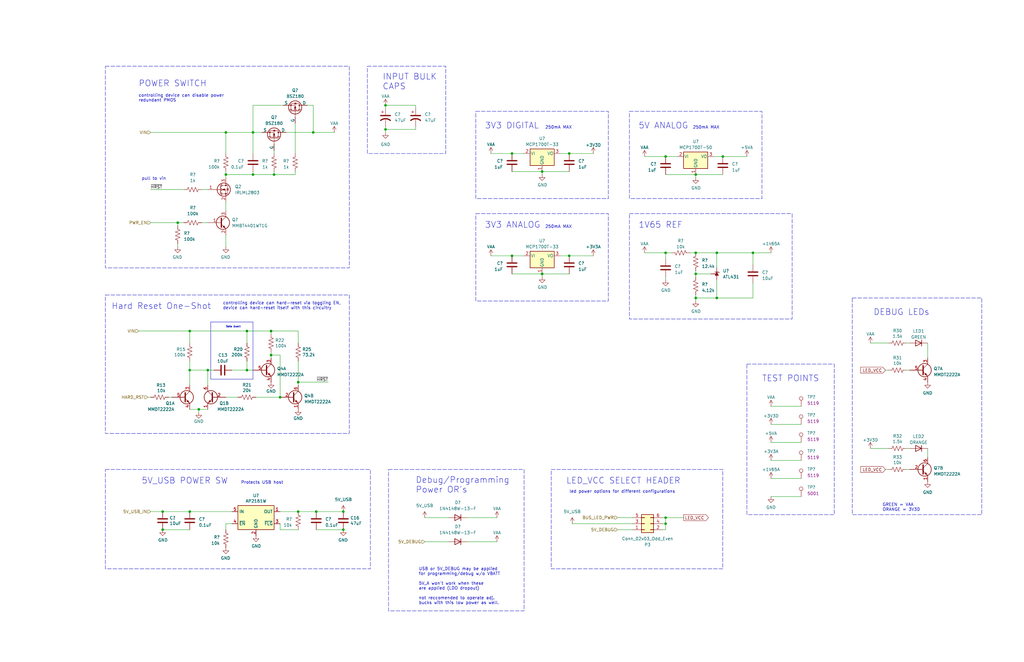
<source format=kicad_sch>
(kicad_sch (version 20230121) (generator eeschema)
  (paper "B")
  (title_block (title "SCHEMATIC, CUBESAT MAGNETORQER DRIVER") (date "2023-06-30") (rev "A") (comment 1 "CH") (comment 2 "CH") (comment 3 "RD21-7005"))
  (junction (at 68.58 223.52))
  (junction (at 215.9 107.95))
  (junction (at 144.78 223.52))
  (junction (at 80.01 156.21))
  (junction (at 215.9 64.77))
  (junction (at 293.37 73.66))
  (junction (at 106.68 55.88))
  (junction (at 317.5 106.68))
  (junction (at 80.01 139.7))
  (junction (at 87.63 156.21))
  (junction (at 293.37 115.57))
  (junction (at 106.68 73.66))
  (junction (at 125.73 161.29))
  (junction (at 74.93 93.98))
  (junction (at 80.01 215.9))
  (junction (at 280.67 106.68))
  (junction (at 114.3 139.7))
  (junction (at 280.67 66.04))
  (junction (at 280.67 218.44))
  (junction (at 240.03 107.95))
  (junction (at 132.08 55.88))
  (junction (at 95.25 73.66))
  (junction (at 228.6 115.57))
  (junction (at 68.58 215.9))
  (junction (at 144.78 215.9))
  (junction (at 115.57 73.66))
  (junction (at 118.11 167.64))
  (junction (at 133.35 215.9))
  (junction (at 114.3 149.86))
  (junction (at 293.37 106.68))
  (junction (at 228.6 72.39))
  (junction (at 162.56 54.61))
  (junction (at 302.26 106.68))
  (junction (at 125.73 215.9))
  (junction (at 293.37 125.73))
  (junction (at 280.67 220.98))
  (junction (at 104.14 139.7))
  (junction (at 83.82 172.72))
  (junction (at 304.8 66.04))
  (junction (at 240.03 64.77))
  (junction (at 95.25 55.88))
  (junction (at 162.56 44.45))
  (junction (at 302.26 125.73))
  (junction (at 104.14 156.21))
  (wire (pts (xy 302.26 125.73) (xy 302.26 118.11)))
  (polyline (pts (xy 106.68 160.02) (xy 106.68 135.89)))
  (wire (pts (xy 304.8 66.04) (xy 314.96 66.04)))
  (wire (pts (xy 279.4 223.52) (xy 280.67 223.52)))
  (wire (pts (xy 280.67 218.44) (xy 288.29 218.44)))
  (wire (pts (xy 280.67 66.04) (xy 285.75 66.04)))
  (wire (pts (xy 241.3 220.98) (xy 266.7 220.98)))
  (wire (pts (xy 215.9 107.95) (xy 220.98 107.95)))
  (wire (pts (xy 100.33 167.64) (xy 95.25 167.64)))
  (wire (pts (xy 196.85 228.6) (xy 209.55 228.6)))
  (wire (pts (xy 162.56 44.45) (xy 162.56 45.72)))
  (wire (pts (xy 95.25 72.39) (xy 95.25 73.66)))
  (wire (pts (xy 175.26 53.34) (xy 175.26 54.61)))
  (wire (pts (xy 391.16 189.23) (xy 391.16 193.04)))
  (wire (pts (xy 240.03 64.77) (xy 250.19 64.77)))
  (wire (pts (xy 325.12 194.31) (xy 337.82 194.31)))
  (wire (pts (xy 293.37 125.73) (xy 293.37 127)))
  (wire (pts (xy 74.93 102.87) (xy 74.93 104.14)))
  (wire (pts (xy 302.26 125.73) (xy 317.5 125.73)))
  (wire (pts (xy 114.3 139.7) (xy 114.3 140.97)))
  (wire (pts (xy 87.63 172.72) (xy 83.82 172.72)))
  (wire (pts (xy 104.14 156.21) (xy 106.68 156.21)))
  (wire (pts (xy 97.79 220.98) (xy 95.25 220.98)))
  (wire (pts (xy 114.3 139.7) (xy 125.73 139.7)))
  (wire (pts (xy 162.56 54.61) (xy 162.56 55.88)))
  (wire (pts (xy 207.01 107.95) (xy 215.9 107.95)))
  (wire (pts (xy 58.42 139.7) (xy 80.01 139.7)))
  (wire (pts (xy 85.09 80.01) (xy 87.63 80.01)))
  (wire (pts (xy 382.27 144.78) (xy 383.54 144.78)))
  (wire (pts (xy 293.37 106.68) (xy 290.83 106.68)))
  (wire (pts (xy 215.9 64.77) (xy 220.98 64.77)))
  (wire (pts (xy 317.5 125.73) (xy 317.5 119.38)))
  (wire (pts (xy 95.25 73.66) (xy 95.25 74.93)))
  (wire (pts (xy 87.63 156.21) (xy 90.17 156.21)))
  (wire (pts (xy 115.57 73.66) (xy 115.57 72.39)))
  (wire (pts (xy 125.73 139.7) (xy 125.73 144.78)))
  (wire (pts (xy 138.43 161.29) (xy 125.73 161.29)))
  (wire (pts (xy 80.01 215.9) (xy 97.79 215.9)))
  (wire (pts (xy 280.67 218.44) (xy 280.67 220.98)))
  (wire (pts (xy 80.01 156.21) (xy 87.63 156.21)))
  (wire (pts (xy 104.14 152.4) (xy 104.14 156.21)))
  (wire (pts (xy 118.11 220.98) (xy 118.11 223.52)))
  (wire (pts (xy 83.82 172.72) (xy 80.01 172.72)))
  (wire (pts (xy 317.5 111.76) (xy 317.5 106.68)))
  (wire (pts (xy 125.73 152.4) (xy 125.73 161.29)))
  (wire (pts (xy 71.12 167.64) (xy 72.39 167.64)))
  (wire (pts (xy 280.67 116.84) (xy 280.67 118.11)))
  (wire (pts (xy 95.25 85.09) (xy 95.25 88.9)))
  (wire (pts (xy 293.37 114.3) (xy 293.37 115.57)))
  (wire (pts (xy 106.68 72.39) (xy 106.68 73.66)))
  (wire (pts (xy 228.6 72.39) (xy 240.03 72.39)))
  (wire (pts (xy 293.37 73.66) (xy 293.37 74.93)))
  (wire (pts (xy 63.5 55.88) (xy 95.25 55.88)))
  (wire (pts (xy 95.25 73.66) (xy 106.68 73.66)))
  (wire (pts (xy 293.37 73.66) (xy 304.8 73.66)))
  (wire (pts (xy 382.27 198.12) (xy 383.54 198.12)))
  (wire (pts (xy 129.54 44.45) (xy 132.08 44.45)))
  (wire (pts (xy 83.82 173.99) (xy 83.82 172.72)))
  (wire (pts (xy 391.16 144.78) (xy 391.16 151.13)))
  (wire (pts (xy 115.57 63.5) (xy 115.57 64.77)))
  (wire (pts (xy 118.11 149.86) (xy 118.11 167.64)))
  (wire (pts (xy 125.73 161.29) (xy 125.73 162.56)))
  (wire (pts (xy 118.11 215.9) (xy 125.73 215.9)))
  (wire (pts (xy 215.9 72.39) (xy 228.6 72.39)))
  (wire (pts (xy 125.73 215.9) (xy 133.35 215.9)))
  (wire (pts (xy 280.67 220.98) (xy 280.67 223.52)))
  (wire (pts (xy 104.14 139.7) (xy 114.3 139.7)))
  (wire (pts (xy 280.67 106.68) (xy 283.21 106.68)))
  (wire (pts (xy 240.03 107.95) (xy 250.19 107.95)))
  (wire (pts (xy 106.68 55.88) (xy 106.68 64.77)))
  (wire (pts (xy 325.12 171.45) (xy 337.82 171.45)))
  (wire (pts (xy 80.01 139.7) (xy 104.14 139.7)))
  (wire (pts (xy 74.93 93.98) (xy 77.47 93.98)))
  (wire (pts (xy 317.5 106.68) (xy 302.26 106.68)))
  (wire (pts (xy 325.12 209.55) (xy 337.82 209.55)))
  (wire (pts (xy 302.26 113.03) (xy 302.26 106.68)))
  (polyline (pts (xy 88.9 135.89) (xy 106.68 135.89)))
  (wire (pts (xy 133.35 215.9) (xy 144.78 215.9)))
  (wire (pts (xy 271.78 106.68) (xy 280.67 106.68)))
  (wire (pts (xy 325.12 186.69) (xy 337.82 186.69)))
  (wire (pts (xy 293.37 115.57) (xy 293.37 116.84)))
  (wire (pts (xy 260.35 223.52) (xy 266.7 223.52)))
  (wire (pts (xy 80.01 162.56) (xy 80.01 156.21)))
  (wire (pts (xy 162.56 54.61) (xy 162.56 53.34)))
  (wire (pts (xy 382.27 156.21) (xy 383.54 156.21)))
  (wire (pts (xy 85.09 93.98) (xy 87.63 93.98)))
  (wire (pts (xy 207.01 64.77) (xy 215.9 64.77)))
  (wire (pts (xy 228.6 115.57) (xy 240.03 115.57)))
  (wire (pts (xy 299.72 115.57) (xy 293.37 115.57)))
  (wire (pts (xy 175.26 44.45) (xy 175.26 45.72)))
  (wire (pts (xy 325.12 201.93) (xy 337.82 201.93)))
  (wire (pts (xy 300.99 66.04) (xy 304.8 66.04)))
  (polyline (pts (xy 88.9 160.02) (xy 106.68 160.02)))
  (wire (pts (xy 87.63 162.56) (xy 87.63 156.21)))
  (wire (pts (xy 80.01 152.4) (xy 80.01 156.21)))
  (wire (pts (xy 280.67 106.68) (xy 280.67 109.22)))
  (wire (pts (xy 179.07 228.6) (xy 189.23 228.6)))
  (wire (pts (xy 107.95 167.64) (xy 118.11 167.64)))
  (wire (pts (xy 124.46 73.66) (xy 115.57 73.66)))
  (wire (pts (xy 124.46 72.39) (xy 124.46 73.66)))
  (wire (pts (xy 317.5 106.68) (xy 325.12 106.68)))
  (wire (pts (xy 62.23 167.64) (xy 63.5 167.64)))
  (wire (pts (xy 236.22 64.77) (xy 240.03 64.77)))
  (wire (pts (xy 118.11 223.52) (xy 125.73 223.52)))
  (wire (pts (xy 279.4 220.98) (xy 280.67 220.98)))
  (wire (pts (xy 104.14 139.7) (xy 104.14 144.78)))
  (wire (pts (xy 293.37 125.73) (xy 293.37 124.46)))
  (wire (pts (xy 119.38 44.45) (xy 106.68 44.45)))
  (wire (pts (xy 280.67 73.66) (xy 293.37 73.66)))
  (wire (pts (xy 162.56 44.45) (xy 175.26 44.45)))
  (wire (pts (xy 228.6 115.57) (xy 228.6 116.84)))
  (wire (pts (xy 367.03 144.78) (xy 374.65 144.78)))
  (wire (pts (xy 144.78 223.52) (xy 133.35 223.52)))
  (wire (pts (xy 367.03 189.23) (xy 374.65 189.23)))
  (wire (pts (xy 95.25 55.88) (xy 95.25 64.77)))
  (wire (pts (xy 68.58 223.52) (xy 80.01 223.52)))
  (wire (pts (xy 293.37 125.73) (xy 302.26 125.73)))
  (wire (pts (xy 106.68 55.88) (xy 110.49 55.88)))
  (wire (pts (xy 215.9 115.57) (xy 228.6 115.57)))
  (wire (pts (xy 114.3 151.13) (xy 114.3 149.86)))
  (wire (pts (xy 95.25 55.88) (xy 106.68 55.88)))
  (wire (pts (xy 236.22 107.95) (xy 240.03 107.95)))
  (wire (pts (xy 106.68 44.45) (xy 106.68 55.88)))
  (wire (pts (xy 302.26 106.68) (xy 293.37 106.68)))
  (wire (pts (xy 382.27 189.23) (xy 383.54 189.23)))
  (wire (pts (xy 124.46 52.07) (xy 124.46 64.77)))
  (wire (pts (xy 175.26 54.61) (xy 162.56 54.61)))
  (wire (pts (xy 97.79 156.21) (xy 104.14 156.21)))
  (wire (pts (xy 373.38 198.12) (xy 374.65 198.12)))
  (wire (pts (xy 114.3 148.59) (xy 114.3 149.86)))
  (wire (pts (xy 132.08 44.45) (xy 132.08 55.88)))
  (wire (pts (xy 120.65 55.88) (xy 132.08 55.88)))
  (wire (pts (xy 179.07 218.44) (xy 189.23 218.44)))
  (wire (pts (xy 68.58 215.9) (xy 80.01 215.9)))
  (wire (pts (xy 63.5 80.01) (xy 77.47 80.01)))
  (wire (pts (xy 373.38 156.21) (xy 374.65 156.21)))
  (wire (pts (xy 271.78 66.04) (xy 280.67 66.04)))
  (wire (pts (xy 80.01 139.7) (xy 80.01 144.78)))
  (wire (pts (xy 95.25 220.98) (xy 95.25 223.52)))
  (wire (pts (xy 260.35 218.44) (xy 266.7 218.44)))
  (wire (pts (xy 106.68 73.66) (xy 115.57 73.66)))
  (polyline (pts (xy 88.9 160.02) (xy 88.9 135.89)))
  (wire (pts (xy 279.4 218.44) (xy 280.67 218.44)))
  (wire (pts (xy 325.12 179.07) (xy 337.82 179.07)))
  (wire (pts (xy 196.85 218.44) (xy 209.55 218.44)))
  (wire (pts (xy 132.08 55.88) (xy 140.97 55.88)))
  (wire (pts (xy 74.93 95.25) (xy 74.93 93.98)))
  (wire (pts (xy 95.25 99.06) (xy 95.25 104.14)))
  (wire (pts (xy 63.5 93.98) (xy 74.93 93.98)))
  (wire (pts (xy 118.11 149.86) (xy 114.3 149.86)))
  (wire (pts (xy 63.5 215.9) (xy 68.58 215.9)))
  (wire (pts (xy 228.6 72.39) (xy 228.6 73.66)))
  (rectangle (start 314.96 153.67) (end 351.79 217.17) (stroke (width 0) (type dash)))
  (rectangle (start 44.45 124.46) (end 147.32 182.88) (stroke (width 0) (type dash)))
  (rectangle (start 163.83 198.12) (end 220.98 257.81) (stroke (width 0) (type dash)))
  (rectangle (start 200.66 46.99) (end 256.54 83.82) (stroke (width 0) (type dash)))
  (rectangle (start 200.66 90.17) (end 256.54 127) (stroke (width 0) (type dash)))
  (rectangle (start 154.94 27.94) (end 187.96 64.77) (stroke (width 0) (type dash)))
  (rectangle (start 265.43 90.17) (end 334.01 134.62) (stroke (width 0) (type dash)))
  (rectangle (start 44.45 198.12) (end 156.21 240.03) (stroke (width 0) (type dash)))
  (rectangle (start 44.45 27.94) (end 147.32 113.03) (stroke (width 0) (type dash)))
  (rectangle (start 265.43 46.99) (end 321.31 83.82) (stroke (width 0) (type dash)))
  (rectangle (start 359.41 125.73) (end 414.02 217.17) (stroke (width 0) (type dash)))
  (rectangle (start 232.41 198.12) (end 304.8 240.03) (stroke (width 0) (type dash)))
  (text "controlling device can disable power\nredundant PMOS" (at 58.42 43.18 0) (effects (font (size 1.27 1.27)) (justify left bottom)))
  (text "GREEN = VAA\nORANGE = 3V3D" (at 372.11 215.9 0) (effects (font (size 1.27 1.27)) (justify left bottom)))
  (text "controlling device can hard-reset via toggling EN,\ndevice can hard-reset itself with this circuitry" (at 93.98 130.81 0) (effects (font (size 1.27 1.27)) (justify left bottom)))
  (text "Sets dwell" (at 101.6 138.43 0) (effects (font (size 0.7874 0.7874)) (justify right bottom)))
  (text "250mA MAX" (at 292.1 54.61 0) (effects (font (size 1.27 1.27)) (justify left bottom)))
  (text "INPUT BULK\nCAPS" (at 161.29 38.1 0) (effects (font (size 2.54 2.54)) (justify left bottom)))
  (text "LED_VCC SELECT HEADER" (at 238.76 204.47 0) (effects (font (size 2.54 2.54)) (justify left bottom)))
  (text "Hard Reset One-Shot" (at 46.99 130.81 0) (effects (font (size 2.54 2.54)) (justify left bottom)))
  (text "250mA MAX" (at 229.87 96.52 0) (effects (font (size 1.27 1.27)) (justify left bottom)))
  (text "Protects USB host" (at 101.6 204.47 0) (effects (font (size 1.27 1.27)) (justify left bottom)))
  (text "Debug/Programming\nPower OR's" (at 175.26 208.28 0) (effects (font (size 2.54 2.54)) (justify left bottom)))
  (text "3V3 DIGITAL" (at 204.47 54.61 0) (effects (font (size 2.54 2.54)) (justify left bottom)))
  (text "250mA MAX" (at 229.87 54.61 0) (effects (font (size 1.27 1.27)) (justify left bottom)))
  (text "TEST POINTS" (at 321.31 161.29 0) (effects (font (size 2.54 2.54)) (justify left bottom)))
  (text "3V3 ANALOG" (at 204.47 96.52 0) (effects (font (size 2.54 2.54)) (justify left bottom)))
  (text "POWER SWITCH" (at 58.42 36.83 0) (effects (font (size 2.54 2.54)) (justify left bottom)))
  (text "DEBUG LEDs" (at 368.3 133.35 0) (effects (font (size 2.54 2.54)) (justify left bottom)))
  (text "pull to vin" (at 59.69 76.2 0) (effects (font (size 1.27 1.27)) (justify left bottom)))
  (text "5V_USB POWER SW" (at 59.69 204.47 0) (effects (font (size 2.54 2.54)) (justify left bottom)))
  (text "led power options for different configurations" (at 240.03 208.28 0) (effects (font (size 1.27 1.27)) (justify left bottom)))
  (text "1V65 REF" (at 269.24 96.52 0) (effects (font (size 2.54 2.54)) (justify left bottom)))
  (text "5V ANALOG" (at 269.24 54.61 0) (effects (font (size 2.54 2.54)) (justify left bottom)))
  (text "USB or 5V_DEBUG may be applied \nfor programming/debug w/o VBATT\n\n5V_A won't work when these\nare applied (LDO dropout)\n\nnot reccomended to operate adj. \nbucks with this low power as well." (at 176.53 255.27 0) (effects (font (size 1.27 1.27)) (justify left bottom)))
  (label "~{HRST}" (at 63.5 80.01 0))
  (label "~{HRST}" (at 138.43 161.29 180))
  (global_label "LED_VCC" (shape input) (at 373.38 198.12 180) (property "Intersheetrefs" "${INTERSHEET_REFS}" (effects hide)))
  (global_label "LED_VCC" (shape input) (at 373.38 156.21 180) (property "Intersheetrefs" "${INTERSHEET_REFS}" (effects hide)))
  (global_label "LED_VCC" (shape output) (at 288.29 218.44 0) (property "Intersheetrefs" "${INTERSHEET_REFS}" (effects hide)))
  (hierarchical_label "VIN" (shape input) (at 63.5 55.88 180))
  (hierarchical_label "BUS_LED_PWR" (shape input) (at 260.35 218.44 180))
  (hierarchical_label "HARD_RST" (shape input) (at 62.23 167.64 180))
  (hierarchical_label "5V_DEBUG" (shape input) (at 260.35 223.52 180))
  (hierarchical_label "5V_USB_IN" (shape input) (at 63.5 215.9 180))
  (hierarchical_label "VIN" (shape input) (at 58.42 139.7 180))
  (hierarchical_label "5V_DEBUG" (shape input) (at 179.07 228.6 180))
  (hierarchical_label "PWR_EN" (shape input) (at 63.5 93.98 180))
  (symbol (lib_id "Device:R_US") (at 124.46 68.58 0) (mirror y) (unit 1)
    (property "Reference" "R?" (at 121.92 67.945 0) (effects (justify left)))
    (property "Value" "1k" (at 121.92 70.485 0) (effects (justify left)))
    (property "Footprint" "Resistor_SMD:R_0603_1608Metric" (effects hide))
    (property "Datasheet" "https://www.seielect.com/Catalog/SEI-RMCF_RMCP.pdf" (effects hide))
    (property "Manufacturer" "Stackpole Electronics Inc" (effects hide))
    (property "Mfr. Part No" "RMCF0603FG1K00" (effects hide))
    (property "Description" "RES 1K OHM 1% 1/10W 0603" (effects hide))
    (property "Value2" "100mW" (effects hide))
    (instances (project "magnetotorqer-drive-board" (path "" (reference "R?") (unit 1)) (path "" (reference "R24") (unit 1))) (project "payload-interface-board" (path "" (reference "R?") (unit 1)) (path "" (reference "R?") (unit 1)) (path "" (reference "R?") (unit 1))))
  )
  (symbol (lib_id "Device:R_US") (at 95.25 227.33 0) (unit 1)
    (property "Reference" "R?" (at 92.71 226.695 0) (effects (justify right)))
    (property "Value" "10k" (at 92.71 229.235 0) (effects (justify right)))
    (property "Footprint" "Resistor_SMD:R_0603_1608Metric" (effects hide))
    (property "Datasheet" "https://www.seielect.com/Catalog/SEI-RMCF_RMCP.pdf" (effects hide))
    (property "Manufacturer" "Stackpole Electronics Inc" (effects hide))
    (property "Description" "RES 10K OHM 1% 1/10W 0603" (effects hide))
    (property "Mfr. Part No" "RMCF0603FT10K0" (effects hide))
    (property "Value2" "100mW" (effects hide))
    (instances (project "magnetotorqer-drive-board" (path "" (reference "R?") (unit 1)) (path "" (reference "R19") (unit 1))) (project "payload-interface-board" (path "" (reference "R?") (unit 1)) (path "" (reference "R?") (unit 1)) (path "" (reference "R?") (unit 1))))
  )
  (symbol (lib_id "power:+5VA") (at 325.12 186.69 0) (unit 1)
    (property "Reference" "#PWR?" (effects hide))
    (property "Value" "+5VA" (at 325.12 182.88 0))
    (instances (project "magnetotorqer-drive-board" (path "" (reference "#PWR?") (unit 1)) (path "" (reference "#PWR072") (unit 1))))
  )
  (symbol (lib_id "Device:D") (at 193.04 218.44 0) (mirror y) (unit 1)
    (property "Reference" "D?" (at 193.04 212.09 0))
    (property "Value" "1N4148W-13-F" (at 193.04 214.63 0))
    (property "Footprint" "Diode_SMD:D_SOD-123" (effects hide))
    (property "Datasheet" "https://www.diodes.com/assets/Datasheets/BAV16W_1N4148W.pdf" (effects hide))
    (property "Sim.Device" "D" (effects hide))
    (property "Sim.Pins" "1=K 2=A" (effects hide))
    (property "Manufacturer" "Diodes Incorporated" (effects hide))
    (property "Mfr. Part No" "1N4148W-13-F" (effects hide))
    (property "Description" "DIODE GEN PURP 100V 300MA SOD123" (effects hide))
    (property "Value2" "100V" (effects hide))
    (instances (project "magnetotorqer-drive-board" (path "" (reference "D?") (unit 1)) (path "" (reference "D3") (unit 1))))
  )
  (symbol (lib_id "Device:R_US") (at 378.46 144.78 90) (unit 1)
    (property "Reference" "R30" (at 378.46 139.573 90))
    (property "Value" "1.5k" (at 378.46 141.8844 90))
    (property "Footprint" "Resistor_SMD:R_0402_1005Metric" (effects hide))
    (property "Datasheet" "https://www.seielect.com/Catalog/SEI-RMCF_RMCP.pdf" (effects hide))
    (property "Mfr. Part No" "RMCF0402FT1K50" (effects hide))
    (property "Manufacturer" "Stackpole Electronics Inc" (effects hide))
    (property "Description" "RES 1.5K OHM 1% 1/16W 0402" (effects hide))
    (property "Value2" "62.5mW" (effects hide))
    (instances (project "magnetotorqer-drive-board" (path "" (reference "R30") (unit 1))) (project "mainboard" (path "" (reference "R?") (unit 1)) (path "" (reference "R?") (unit 1))))
  )
  (symbol (lib_id "Device:R_US") (at 114.3 144.78 0) (unit 1)
    (property "Reference" "R22" (at 116.0018 143.6116 0) (effects (justify left)))
    (property "Value" "100k" (at 116.0018 145.923 0) (effects (justify left)))
    (property "Footprint" "Resistor_SMD:R_0603_1608Metric" (effects hide))
    (property "Datasheet" "https://www.seielect.com/Catalog/SEI-RMCF_RMCP.pdf" (effects hide))
    (property "Mfr. Part No" "RMCF0603FT100K" (effects hide))
    (property "Manufacturer" "Stackpole Electronics Inc" (effects hide))
    (property "Description" "RES 100K OHM 1% 1/10W 0603" (effects hide))
    (property "Value2" "100mW" (effects hide))
    (instances (project "magnetotorqer-drive-board" (path "" (reference "R22") (unit 1))) (project "mainboard" (path "" (reference "R?") (unit 1)) (path "" (reference "R?") (unit 1))))
  )
  (symbol (lib_id "power:VAA") (at 207.01 64.77 0) (unit 1)
    (property "Reference" "#PWR?" (effects hide))
    (property "Value" "VAA" (at 207.01 60.96 0))
    (instances (project "magnetotorqer-drive-board" (path "" (reference "#PWR?") (unit 1)) (path "" (reference "#PWR054") (unit 1))))
  )
  (symbol (lib_id "power:GND") (at 68.58 223.52 0) (unit 1)
    (property "Reference" "#PWR?" (effects hide))
    (property "Value" "GND" (at 68.707 227.9142 0))
    (instances (project "magnetotorqer-drive-board" (path "" (reference "#PWR?") (unit 1)) (path "" (reference "#PWR040") (unit 1))) (project "payload-interface-board" (path "" (reference "#PWR?") (unit 1))))
  )
  (symbol (lib_id "Device:R_US") (at 287.02 106.68 90) (mirror x) (unit 1)
    (property "Reference" "R?" (at 287.02 101.6 90))
    (property "Value" "10k" (at 287.02 104.14 90))
    (property "Footprint" "Resistor_SMD:R_0603_1608Metric" (effects hide))
    (property "Datasheet" "https://www.seielect.com/Catalog/SEI-RMCF_RMCP.pdf" (effects hide))
    (property "Manufacturer" "Stackpole Electronics Inc" (effects hide))
    (property "Mfr. Part No" "RMCF0603FT10K0" (effects hide))
    (property "Description" "RES 10K OHM 1% 1/10W 0603" (effects hide))
    (property "Value2" "100mW" (effects hide))
    (instances (project "magnetotorqer-drive-board" (path "" (reference "R?") (unit 1)) (path "" (reference "R27") (unit 1))) (project "payload-interface-board" (path "" (reference "R?") (unit 1))))
  )
  (symbol (lib_id "power:GND") (at 114.3 161.29 0) (mirror y) (unit 1)
    (property "Reference" "#PWR046" (effects hide))
    (property "Value" "GND" (at 114.3 165.1 0))
    (instances (project "magnetotorqer-drive-board" (path "" (reference "#PWR046") (unit 1))) (project "mainboard" (path "" (reference "#PWR?") (unit 1)) (path "" (reference "#PWR?") (unit 1))))
  )
  (symbol (lib_id "Device:R_US") (at 67.31 167.64 270) (unit 1)
    (property "Reference" "R13" (at 69.85 162.56 90) (effects (justify right)))
    (property "Value" "10k" (at 69.85 164.8714 90) (effects (justify right)))
    (property "Footprint" "Resistor_SMD:R_0603_1608Metric" (effects hide))
    (property "Datasheet" "https://www.seielect.com/Catalog/SEI-RMCF_RMCP.pdf" (effects hide))
    (property "Mfr. Part No" "RMCF0603FT10K0" (effects hide))
    (property "Manufacturer" "Stackpole Electronics Inc" (effects hide))
    (property "Description" "RES 10K OHM 1% 1/10W 0603" (effects hide))
    (property "Value2" "100mW" (effects hide))
    (instances (project "magnetotorqer-drive-board" (path "" (reference "R13") (unit 1))) (project "mainboard" (path "" (reference "R?") (unit 1)) (path "" (reference "R?") (unit 1))))
  )
  (symbol (lib_id "Device:R_US") (at 80.01 148.59 0) (unit 1)
    (property "Reference" "R15" (at 78.2828 147.4216 0) (effects (justify right)))
    (property "Value" "100k" (at 78.2828 149.733 0) (effects (justify right)))
    (property "Footprint" "Resistor_SMD:R_0603_1608Metric" (effects hide))
    (property "Datasheet" "https://www.seielect.com/Catalog/SEI-RMCF_RMCP.pdf" (effects hide))
    (property "Mfr. Part No" "RMCF0603FT100K" (effects hide))
    (property "Manufacturer" "Stackpole Electronics Inc" (effects hide))
    (property "Description" "RES 100K OHM 1% 1/10W 0603" (effects hide))
    (property "Value2" "100mW" (effects hide))
    (instances (project "magnetotorqer-drive-board" (path "" (reference "R15") (unit 1))) (project "mainboard" (path "" (reference "R?") (unit 1)) (path "" (reference "R?") (unit 1))))
  )
  (symbol (lib_id "Connector_Generic:Conn_02x03_Odd_Even") (at 271.78 220.98 0) (mirror x) (unit 1)
    (property "Reference" "P3" (at 273.05 229.87 0))
    (property "Value" "Conn_02x03_Odd_Even" (at 273.05 227.33 0))
    (property "Footprint" "Connector_PinHeader_2.54mm:PinHeader_2x03_P2.54mm_Vertical_SMD" (effects hide))
    (property "Datasheet" "https://suddendocs.samtec.com/catalog_english/tsm.pdf" (effects hide))
    (property "Manufacturer" "Samtec" (effects hide))
    (property "Mfr. Part No" "TSM-118-01-T-DV" (effects hide))
    (property "Description" "CONN HEADER SMD 36POS 2.54MM" (effects hide))
  )
  (symbol (lib_id "Device:C") (at 106.68 68.58 0) (mirror y) (unit 1)
    (property "Reference" "C?" (at 102.87 67.945 0) (effects (justify left)))
    (property "Value" "0.1uF" (at 102.87 70.485 0) (effects (justify left)))
    (property "Footprint" "Capacitor_SMD:C_0603_1608Metric" (effects hide))
    (property "Datasheet" "https://product.tdk.com/en/system/files?file=dam/doc/product/capacitor/ceramic/mlcc/catalog/mlcc_automotive_soft_en.pdf" (effects hide))
    (property "Description" "CAP CER 0.1UF 50V X7R 0603" (effects hide))
    (property "Manufacturer" "TDK Corporation" (effects hide))
    (property "Mfr. Part No" "CGA3E2X7R1H104K080AE" (effects hide))
    (property "Value2" "50V" (effects hide))
    (instances (project "magnetotorqer-drive-board" (path "" (reference "C?") (unit 1)) (path "" (reference "C14") (unit 1))) (project "payload-interface-board" (path "" (reference "C?") (unit 1)) (path "" (reference "C?") (unit 1)) (path "" (reference "C?") (unit 1))))
  )
  (symbol (lib_id "power:VAA") (at 207.01 107.95 0) (unit 1)
    (property "Reference" "#PWR?" (effects hide))
    (property "Value" "VAA" (at 207.01 104.14 0))
    (instances (project "magnetotorqer-drive-board" (path "" (reference "#PWR?") (unit 1)) (path "" (reference "#PWR055") (unit 1))))
  )
  (symbol (lib_id "Connector:TestPoint") (at 337.82 209.55 0) (unit 1)
    (property "Reference" "TP?" (at 340.36 205.613 0) (effects (justify left)))
    (property "Value" "${NET_NAME(1)}" (effects hide))
    (property "Footprint" "SierraLobo:TestPoint_Keystone_5000-5004_Miniature" (effects hide))
    (property "Datasheet" "https://www.keyelco.com/userAssets/file/M65p56.pdf" (effects hide))
    (property "Manufacturer" "Keystone" (effects hide))
    (property "Mfr. Part No" "5001" (at 342.9 208.28 0))
    (property "Description" "PC TEST POINT MINIATURE BLACK" (effects hide))
    (instances (project "magnetotorqer-drive-board" (path "" (reference "TP?") (unit 1)) (path "" (reference "TP?") (unit 1)) (path "" (reference "TP?") (unit 1)) (path "" (reference "TP?") (unit 1)) (path "" (reference "TP?") (unit 1)) (path "" (reference "TP?") (unit 1)) (path "" (reference "TP?") (unit 1)) (path "" (reference "TP14") (unit 1))))
  )
  (symbol (lib_id "Regulator_Linear:MCP1700x-330xxMB") (at 228.6 64.77 0) (unit 1)
    (property "Reference" "U?" (at 228.6 58.42 0))
    (property "Value" "MCP1700T-33" (at 228.6 60.96 0))
    (property "Footprint" "Package_TO_SOT_SMD:SOT-89-3" (effects hide))
    (property "Datasheet" "http://ww1.microchip.com/downloads/en/DeviceDoc/20001826D.pdf" (effects hide))
    (property "Manufacturer" "Microchip Technology" (effects hide))
    (property "Mfr. Part No" "MCP1700T-3302E/MB" (effects hide))
    (property "Description" "IC REG LINEAR 3.3V 250MA SOT89-3" (effects hide))
    (instances (project "magnetotorqer-drive-board" (path "" (reference "U?") (unit 1)) (path "" (reference "U6") (unit 1))) (project "payload-interface-board" (path "" (reference "U?") (unit 1))))
  )
  (symbol (lib_id "SierraLobo:+3V3D") (at 367.03 189.23 0) (unit 1)
    (property "Reference" "#PWR?" (effects hide))
    (property "Value" "+3V3D" (at 367.03 185.674 0))
    (instances (project "magnetotorqer-drive-board" (path "" (reference "#PWR?") (unit 1)) (path "" (reference "#PWR?") (unit 1)) (path "" (reference "#PWR077") (unit 1))) (project "mainboard" (path "" (reference "#SUPPLY?") (unit 1))))
  )
  (symbol (lib_id "Device:R_US") (at 125.73 148.59 0) (unit 1)
    (property "Reference" "R25" (at 127.4318 147.4216 0) (effects (justify left)))
    (property "Value" "73.2k" (at 127.4318 149.733 0) (effects (justify left)))
    (property "Footprint" "Resistor_SMD:R_0603_1608Metric" (effects hide))
    (property "Datasheet" "https://www.seielect.com/Catalog/SEI-RMCF_RMCP.pdf" (effects hide))
    (property "Mfr. Part No" "RMCF0603FT73K2" (effects hide))
    (property "Manufacturer" "Stackpole Electronics Inc" (effects hide))
    (property "Description" "RES 73.2K OHM 1% 1/10W 0603" (effects hide))
    (property "Value2" "100mW" (effects hide))
    (instances (project "magnetotorqer-drive-board" (path "" (reference "R25") (unit 1))) (project "mainboard" (path "" (reference "R?") (unit 1)) (path "" (reference "R?") (unit 1))))
  )
  (symbol (lib_id "Connector:TestPoint") (at 337.82 186.69 0) (unit 1)
    (property "Reference" "TP?" (at 340.36 182.753 0) (effects (justify left)))
    (property "Value" "${NET_NAME(1)}" (effects hide))
    (property "Footprint" "SierraLobo:TestPoint_Keystone_5000-5004_Miniature" (effects hide))
    (property "Datasheet" "https://www.keyelco.com/userAssets/file/M65p56.pdf" (effects hide))
    (property "Manufacturer" "Keystone" (effects hide))
    (property "Mfr. Part No" "5119" (at 342.9 185.42 0))
    (property "Description" "PC TEST POINT MINIATURE PURPLE" (effects hide))
    (instances (project "magnetotorqer-drive-board" (path "" (reference "TP?") (unit 1)) (path "" (reference "TP?") (unit 1)) (path "" (reference "TP?") (unit 1)) (path "" (reference "TP?") (unit 1)) (path "" (reference "TP?") (unit 1)) (path "" (reference "TP?") (unit 1)) (path "" (reference "TP?") (unit 1)) (path "" (reference "TP11") (unit 1))))
  )
  (symbol (lib_id "power:GND") (at 144.78 223.52 0) (mirror y) (unit 1)
    (property "Reference" "#PWR?" (effects hide))
    (property "Value" "GND" (at 144.653 227.9142 0))
    (instances (project "magnetotorqer-drive-board" (path "" (reference "#PWR?") (unit 1)) (path "" (reference "#PWR050") (unit 1))) (project "payload-interface-board" (path "" (reference "#PWR?") (unit 1))))
  )
  (symbol (lib_id "Connector:TestPoint") (at 337.82 201.93 0) (unit 1)
    (property "Reference" "TP?" (at 340.36 197.993 0) (effects (justify left)))
    (property "Value" "${NET_NAME(1)}" (effects hide))
    (property "Footprint" "SierraLobo:TestPoint_Keystone_5000-5004_Miniature" (effects hide))
    (property "Datasheet" "https://www.keyelco.com/userAssets/file/M65p56.pdf" (effects hide))
    (property "Manufacturer" "Keystone" (effects hide))
    (property "Mfr. Part No" "5119" (at 342.9 200.66 0))
    (property "Description" "PC TEST POINT MINIATURE PURPLE" (effects hide))
    (instances (project "magnetotorqer-drive-board" (path "" (reference "TP?") (unit 1)) (path "" (reference "TP?") (unit 1)) (path "" (reference "TP?") (unit 1)) (path "" (reference "TP?") (unit 1)) (path "" (reference "TP?") (unit 1)) (path "" (reference "TP?") (unit 1)) (path "" (reference "TP?") (unit 1)) (path "" (reference "TP13") (unit 1))))
  )
  (symbol (lib_id "Power_Management:AP2161W") (at 107.95 218.44 0) (unit 1)
    (property "Reference" "U?" (at 107.95 209.1182 0))
    (property "Value" "AP2161W" (at 107.95 211.4296 0))
    (property "Footprint" "Package_TO_SOT_SMD:SOT-23-5" (effects hide))
    (property "Datasheet" "https://www.diodes.com/assets/Datasheets/AP2161.pdf" (effects hide))
    (property "Mfr. Part No" "AP2161W" (effects hide))
    (property "Manufacturer" "Diodes Incorporated" (effects hide))
    (property "Description" "IC PWR SWITCH P-CHAN 1:1 SOT25" (effects hide))
    (instances (project "magnetotorqer-drive-board" (path "" (reference "U?") (unit 1)) (path "" (reference "U5") (unit 1))) (project "mainboard" (path "" (reference "U?") (unit 1))))
  )
  (symbol (lib_id "SierraLobo:5V_USB") (at 241.3 220.98 0) (unit 1)
    (property "Reference" "#PWR060" (effects hide))
    (property "Value" "5V_USB" (at 241.3 215.9 0))
  )
  (symbol (lib_id "power:GND") (at 162.56 55.88 0) (unit 1)
    (property "Reference" "#PWR?" (effects hide))
    (property "Value" "GND" (at 162.56 60.96 0))
    (instances (project "magnetotorqer-drive-board" (path "" (reference "#PWR?") (unit 1)) (path "" (reference "#PWR052") (unit 1))))
  )
  (symbol (lib_id "power:GND") (at 391.16 203.2 0) (unit 1)
    (property "Reference" "#PWR?" (effects hide))
    (property "Value" "GND" (at 391.16 207.7625 0))
    (instances (project "magnetotorqer-drive-board" (path "" (reference "#PWR?") (unit 1)) (path "" (reference "#PWR?") (unit 1)) (path "" (reference "#PWR?") (unit 1)) (path "" (reference "#PWR?") (unit 1)) (path "" (reference "#PWR?") (unit 1)) (path "" (reference "#PWR?") (unit 1)) (path "" (reference "#PWR?") (unit 1)) (path "" (reference "#PWR079") (unit 1))) (project "payload-interface-board" (path "" (reference "#PWR?") (unit 1)) (path "" (reference "#PWR?") (unit 1)) (path "" (reference "#PWR?") (unit 1))))
  )
  (symbol (lib_id "power:+5VA") (at 314.96 66.04 0) (unit 1)
    (property "Reference" "#PWR?" (effects hide))
    (property "Value" "+5VA" (at 314.96 62.23 0))
    (instances (project "magnetotorqer-drive-board" (path "" (reference "#PWR?") (unit 1)) (path "" (reference "#PWR068") (unit 1))))
  )
  (symbol (lib_id "Device:R_US") (at 115.57 68.58 0) (mirror y) (unit 1)
    (property "Reference" "R?" (at 113.03 67.945 0) (effects (justify left)))
    (property "Value" "1k" (at 113.03 70.485 0) (effects (justify left)))
    (property "Footprint" "Resistor_SMD:R_0603_1608Metric" (effects hide))
    (property "Datasheet" "https://www.seielect.com/Catalog/SEI-RMCF_RMCP.pdf" (effects hide))
    (property "Manufacturer" "Stackpole Electronics Inc" (effects hide))
    (property "Mfr. Part No" "RMCF0603FG1K00" (effects hide))
    (property "Description" "RES 1K OHM 1% 1/10W 0603" (effects hide))
    (property "Value2" "100mW" (effects hide))
    (instances (project "magnetotorqer-drive-board" (path "" (reference "R?") (unit 1)) (path "" (reference "R23") (unit 1))) (project "payload-interface-board" (path "" (reference "R?") (unit 1)) (path "" (reference "R?") (unit 1)) (path "" (reference "R?") (unit 1))))
  )
  (symbol (lib_id "Device:R_US") (at 74.93 99.06 180) (unit 1)
    (property "Reference" "R?" (at 77.47 98.425 0) (effects (justify right)))
    (property "Value" "100k" (at 77.47 100.965 0) (effects (justify right)))
    (property "Footprint" "Resistor_SMD:R_0603_1608Metric" (effects hide))
    (property "Datasheet" "https://www.seielect.com/Catalog/SEI-RMCF_RMCP.pdf" (effects hide))
    (property "Manufacturer" "Stackpole Electronics Inc" (effects hide))
    (property "Description" "RES 100K OHM 1% 1/10W 0603" (effects hide))
    (property "Mfr. Part No" "RMCF0603FT100K" (effects hide))
    (property "Value2" "100mW" (effects hide))
    (instances (project "magnetotorqer-drive-board" (path "" (reference "R?") (unit 1)) (path "" (reference "R14") (unit 1))) (project "payload-interface-board" (path "" (reference "R?") (unit 1)) (path "" (reference "R?") (unit 1)) (path "" (reference "R?") (unit 1))))
  )
  (symbol (lib_id "SierraLobo:MMDT2222") (at 388.62 198.12 0) (unit 2)
    (property "Reference" "Q7" (at 393.7 197.485 0) (effects (justify left)))
    (property "Value" "MMDT2222A" (at 393.7 200.025 0) (effects (justify left)))
    (property "Footprint" "Package_TO_SOT_SMD:SOT-363_SC-70-6" (effects hide))
    (property "Datasheet" "https://www.diodes.com/assets/Datasheets/ds30125.pdf" (effects hide))
    (property "Description" "TRANS 2NPN 40V 0.6A SOT363" (effects hide))
    (property "Manufacturer" "Diodes Incorporated" (effects hide))
    (property "Mfr. Part No" "MMDT2222A-7-F" (effects hide))
    (instances (project "magnetotorqer-drive-board" (path "" (reference "Q7") (unit 2)) (path "" (reference "Q?") (unit 2))))
  )
  (symbol (lib_id "SierraLobo:+3V3A") (at 325.12 194.31 0) (unit 1)
    (property "Reference" "#PWR?" (effects hide))
    (property "Value" "+3V3A" (at 325.12 190.5 0))
    (instances (project "magnetotorqer-drive-board" (path "" (reference "#PWR?") (unit 1)) (path "" (reference "#PWR073") (unit 1))))
  )
  (symbol (lib_id "power:VAA") (at 367.03 144.78 0) (unit 1)
    (property "Reference" "#PWR?" (effects hide))
    (property "Value" "VAA" (at 367.03 140.97 0))
    (instances (project "magnetotorqer-drive-board" (path "" (reference "#PWR?") (unit 1)) (path "" (reference "#PWR076") (unit 1))))
  )
  (symbol (lib_id "Device:C") (at 304.8 69.85 0) (unit 1)
    (property "Reference" "C?" (at 308.61 69.215 0) (effects (justify left)))
    (property "Value" "1uF" (at 308.61 71.755 0) (effects (justify left)))
    (property "Footprint" "Capacitor_SMD:C_0805_2012Metric" (effects hide))
    (property "Datasheet" "https://product.tdk.com/en/system/files?file=dam/doc/product/capacitor/ceramic/mlcc/catalog/mlcc_automotive_soft_en.pdf" (effects hide))
    (property "Manufacturer" "TDK Corporation" (effects hide))
    (property "Mfr. Part No" "CGA4J3X7R1H105K125AE" (effects hide))
    (property "Description" "CAP CER 1UF 50V X7R 0805" (effects hide))
    (property "Value2" "50V" (effects hide))
    (instances (project "magnetotorqer-drive-board" (path "" (reference "C?") (unit 1)) (path "" (reference "C25") (unit 1))) (project "payload-interface-board" (path "" (reference "C?") (unit 1))))
  )
  (symbol (lib_id "Device:R_US") (at 378.46 189.23 90) (unit 1)
    (property "Reference" "R32" (at 378.46 184.023 90))
    (property "Value" "1.5k" (at 378.46 186.3344 90))
    (property "Footprint" "Resistor_SMD:R_0402_1005Metric" (effects hide))
    (property "Datasheet" "https://www.seielect.com/Catalog/SEI-RMCF_RMCP.pdf" (effects hide))
    (property "Mfr. Part No" "RMCF0402FT1K50" (effects hide))
    (property "Manufacturer" "Stackpole Electronics Inc" (effects hide))
    (property "Description" "RES 1.5K OHM 1% 1/16W 0402" (effects hide))
    (property "Value2" "62.5mW" (effects hide))
    (instances (project "magnetotorqer-drive-board" (path "" (reference "R32") (unit 1))) (project "mainboard" (path "" (reference "R?") (unit 1)) (path "" (reference "R?") (unit 1))))
  )
  (symbol (lib_id "Device:C") (at 240.03 111.76 0) (unit 1)
    (property "Reference" "C?" (at 243.84 111.125 0) (effects (justify left)))
    (property "Value" "1uF" (at 243.84 113.665 0) (effects (justify left)))
    (property "Footprint" "Capacitor_SMD:C_0805_2012Metric" (effects hide))
    (property "Datasheet" "https://product.tdk.com/en/system/files?file=dam/doc/product/capacitor/ceramic/mlcc/catalog/mlcc_automotive_soft_en.pdf" (effects hide))
    (property "Manufacturer" "TDK Corporation" (effects hide))
    (property "Mfr. Part No" "CGA4J3X7R1H105K125AE" (effects hide))
    (property "Description" "CAP CER 1UF 50V X7R 0805" (effects hide))
    (property "Value2" "50V" (effects hide))
    (instances (project "magnetotorqer-drive-board" (path "" (reference "C?") (unit 1)) (path "" (reference "C22") (unit 1))) (project "payload-interface-board" (path "" (reference "C?") (unit 1))))
  )
  (symbol (lib_id "power:GND") (at 280.67 118.11 0) (unit 1)
    (property "Reference" "#PWR?" (effects hide))
    (property "Value" "GND" (at 280.797 122.5042 0))
    (instances (project "RP2040_minimal" (path "" (reference "#PWR?") (unit 1))) (project "magnetotorqer-drive-board" (path "" (reference "#PWR?") (unit 1)) (path "" (reference "#PWR065") (unit 1))) (project "payload-interface-board" (path "" (reference "#PWR?") (unit 1))))
  )
  (symbol (lib_id "Device:C") (at 144.78 219.71 0) (unit 1)
    (property "Reference" "C16" (at 147.701 218.5416 0) (effects (justify left)))
    (property "Value" "47uF" (at 147.701 220.853 0) (effects (justify left)))
    (property "Footprint" "Capacitor_SMD:C_1206_3216Metric" (effects hide))
    (property "Datasheet" "https://product.tdk.com/system/files/dam/doc/product/capacitor/ceramic/mlcc/catalog/mlcc_commercial_general_en.pdf" (effects hide))
    (property "Mfr. Part No" "C3216X5R1E476M160AC" (effects hide))
    (property "Manufacturer" "TDK" (effects hide))
    (property "Description" "CAP CER 47UF 25V X5R 1206" (effects hide))
    (property "Value2" "25V" (effects hide))
    (instances (project "magnetotorqer-drive-board" (path "" (reference "C16") (unit 1))) (project "mainboard" (path "" (reference "C?") (unit 1))))
  )
  (symbol (lib_id "Device:R_US") (at 378.46 156.21 90) (unit 1)
    (property "Reference" "R31" (at 378.46 151.003 90))
    (property "Value" "10k" (at 378.46 153.3144 90))
    (property "Footprint" "Resistor_SMD:R_0402_1005Metric" (effects hide))
    (property "Datasheet" "https://www.seielect.com/Catalog/SEI-RMCF_RMCP.pdf" (effects hide))
    (property "Mfr. Part No" "RMCF0402FT10K0" (effects hide))
    (property "Manufacturer" "Stackpole Electronics Inc" (effects hide))
    (property "Description" "RES 10K OHM 1% 1/16W 0402" (effects hide))
    (property "Value2" "62.5mW" (effects hide))
    (instances (project "magnetotorqer-drive-board" (path "" (reference "R31") (unit 1))) (project "mainboard" (path "" (reference "R?") (unit 1)) (path "" (reference "R?") (unit 1))))
  )
  (symbol (lib_id "power:VAA") (at 209.55 228.6 0) (unit 1)
    (property "Reference" "#PWR?" (effects hide))
    (property "Value" "VAA" (at 209.55 224.79 0))
    (instances (project "magnetotorqer-drive-board" (path "" (reference "#PWR?") (unit 1)) (path "" (reference "#PWR057") (unit 1))))
  )
  (symbol (lib_id "Connector:TestPoint") (at 337.82 179.07 0) (unit 1)
    (property "Reference" "TP?" (at 340.36 175.133 0) (effects (justify left)))
    (property "Value" "${NET_NAME(1)}" (effects hide))
    (property "Footprint" "SierraLobo:TestPoint_Keystone_5000-5004_Miniature" (effects hide))
    (property "Datasheet" "https://www.keyelco.com/userAssets/file/M65p56.pdf" (effects hide))
    (property "Manufacturer" "Keystone" (effects hide))
    (property "Mfr. Part No" "5119" (at 342.9 177.8 0))
    (property "Description" "PC TEST POINT MINIATURE PURPLE" (effects hide))
    (instances (project "magnetotorqer-drive-board" (path "" (reference "TP?") (unit 1)) (path "" (reference "TP?") (unit 1)) (path "" (reference "TP?") (unit 1)) (path "" (reference "TP?") (unit 1)) (path "" (reference "TP?") (unit 1)) (path "" (reference "TP?") (unit 1)) (path "" (reference "TP?") (unit 1)) (path "" (reference "TP10") (unit 1))))
  )
  (symbol (lib_id "power:VAA") (at 271.78 106.68 0) (unit 1)
    (property "Reference" "#PWR?" (effects hide))
    (property "Value" "VAA" (at 271.78 102.87 0))
    (instances (project "magnetotorqer-drive-board" (path "" (reference "#PWR?") (unit 1)) (path "" (reference "#PWR064") (unit 1))))
  )
  (symbol (lib_id "SierraLobo:BSZ086") (at 124.46 44.45 270) (mirror x) (unit 1)
    (property "Reference" "Q?" (at 124.46 38.1 90))
    (property "Value" "BSZ180" (at 124.46 40.64 90))
    (property "Footprint" "SierraLobo:PG-TSDSON-8_3.3x3.3mm" (effects hide))
    (property "Datasheet" "https://www.infineon.com/dgdl/Infineon-BSZ180P03NS3_G-DS-v02_01-en.pdf?fileId=db3a304326dfb13001271f04398f4ec1" (effects hide))
    (property "Manufacturer" "Infineon" (effects hide))
    (property "Mfr. Part No" "BSZ180P03NS3GATMA1" (effects hide))
    (property "Description" "MOSFET P-CH 30V 9A/39.6A TSDSON" (effects hide))
    (instances (project "magnetotorqer-drive-board" (path "" (reference "Q?") (unit 1)) (path "" (reference "Q6") (unit 1))) (project "mainboard" (path "" (reference "Q?") (unit 1)) (path "" (reference "Q?") (unit 1))) (project "payload-interface-board" (path "" (reference "Q?") (unit 1)) (path "" (reference "Q?") (unit 1)) (path "" (reference "Q?") (unit 1))))
  )
  (symbol (lib_id "Device:C_Polarized_US") (at 162.56 49.53 0) (unit 1)
    (property "Reference" "C?" (at 166.37 48.26 0) (effects (justify left)))
    (property "Value" "47uF" (at 166.37 50.8 0) (effects (justify left)))
    (property "Footprint" "Capacitor_Tantalum_SMD:CP_EIA-7343-43_Kemet-X" (effects hide))
    (property "Datasheet" "https://www.vishay.com/docs/40084/th3.pdf" (effects hide))
    (property "Manufacturer" "Vishay Sprague" (effects hide))
    (property "Mfr. Part No" "TH3D476K016C0600" (effects hide))
    (property "Description" "CAP TANT 47UF 10% 16V 2917" (effects hide))
    (property "Value2" "16V" (effects hide))
    (instances (project "magnetotorqer-drive-board" (path "" (reference "C?") (unit 1)) (path "" (reference "C17") (unit 1))) (project "payload-interface-board" (path "" (reference "C?") (unit 1)) (path "" (reference "C?") (unit 1))))
  )
  (symbol (lib_id "Device:C") (at 93.98 156.21 90) (mirror x) (unit 1)
    (property "Reference" "C13" (at 93.98 149.86 90))
    (property "Value" "10uF" (at 93.98 152.4 90))
    (property "Footprint" "Capacitor_SMD:C_0805_2012Metric" (effects hide))
    (property "Datasheet" "https://product.tdk.com/en/system/files?file=dam/doc/product/capacitor/ceramic/mlcc/catalog/mlcc_automotive_soft_en.pdf" (effects hide))
    (property "Mfr. Part No" "CGA4J1X7S1E106K125AE" (effects hide))
    (property "Manufacturer" "TDK Corporation" (effects hide))
    (property "Description" "CAP CER 10UF 25V X7S 0805" (effects hide))
    (property "Value2" "25V" (effects hide))
    (instances (project "magnetotorqer-drive-board" (path "" (reference "C13") (unit 1))) (project "mainboard" (path "" (reference "C?") (unit 1)) (path "" (reference "C?") (unit 1))))
  )
  (symbol (lib_id "Device:R_US") (at 125.73 219.71 0) (unit 1)
    (property "Reference" "R?" (at 123.19 219.075 0) (effects (justify right)))
    (property "Value" "10k" (at 123.19 221.615 0) (effects (justify right)))
    (property "Footprint" "Resistor_SMD:R_0603_1608Metric" (effects hide))
    (property "Datasheet" "https://www.seielect.com/Catalog/SEI-RMCF_RMCP.pdf" (effects hide))
    (property "Manufacturer" "Stackpole Electronics Inc" (effects hide))
    (property "Description" "RES 10K OHM 1% 1/10W 0603" (effects hide))
    (property "Mfr. Part No" "RMCF0603FT10K0" (effects hide))
    (property "Value2" "100mW" (effects hide))
    (instances (project "magnetotorqer-drive-board" (path "" (reference "R?") (unit 1)) (path "" (reference "R26") (unit 1))) (project "payload-interface-board" (path "" (reference "R?") (unit 1)) (path "" (reference "R?") (unit 1)) (path "" (reference "R?") (unit 1))))
  )
  (symbol (lib_id "SierraLobo:5V_USB") (at 144.78 215.9 0) (unit 1)
    (property "Reference" "#PWR049" (effects hide))
    (property "Value" "5V_USB" (at 144.78 210.82 0))
  )
  (symbol (lib_id "Device:C_Polarized_US") (at 175.26 49.53 0) (unit 1)
    (property "Reference" "C?" (at 179.07 48.26 0) (effects (justify left)))
    (property "Value" "47uF" (at 179.07 50.8 0) (effects (justify left)))
    (property "Footprint" "Capacitor_Tantalum_SMD:CP_EIA-7343-43_Kemet-X" (effects hide))
    (property "Datasheet" "https://www.vishay.com/docs/40084/th3.pdf" (effects hide))
    (property "Manufacturer" "Vishay Sprague" (effects hide))
    (property "Mfr. Part No" "TH3D476K016C0600" (effects hide))
    (property "Description" "CAP TANT 47UF 10% 16V 2917" (effects hide))
    (property "Value2" "16V" (effects hide))
    (instances (project "magnetotorqer-drive-board" (path "" (reference "C?") (unit 1)) (path "" (reference "C18") (unit 1))) (project "payload-interface-board" (path "" (reference "C?") (unit 1)) (path "" (reference "C?") (unit 1))))
  )
  (symbol (lib_id "Device:Q_NMOS_GSD") (at 92.71 80.01 0) (unit 1)
    (property "Reference" "Q2" (at 99.06 78.74 0) (effects (justify left)))
    (property "Value" "IRLML2803" (at 99.06 81.28 0) (effects (justify left)))
    (property "Footprint" "Package_TO_SOT_SMD:SOT-23" (effects hide))
    (property "Datasheet" "https://www.infineon.com/dgdl/irlml2803pbf.pdf?fileId=5546d462533600a4015356682aff260f" (effects hide))
    (property "Mfr. Part No" "IRLML2803TRPBF" (effects hide))
    (property "Manufacturer" "Infineon" (effects hide))
    (property "Description" "MOSFET N-CH 30V 1.2A SOT23" (effects hide))
    (instances (project "magnetotorqer-drive-board" (path "" (reference "Q2") (unit 1))) (project "mainboard" (path "" (reference "Q?") (unit 1))))
  )
  (symbol (lib_id "Device:C") (at 215.9 111.76 0) (mirror y) (unit 1)
    (property "Reference" "C?" (at 212.09 111.125 0) (effects (justify left)))
    (property "Value" "1uF" (at 212.09 113.665 0) (effects (justify left)))
    (property "Footprint" "Capacitor_SMD:C_0805_2012Metric" (effects hide))
    (property "Datasheet" "https://product.tdk.com/en/system/files?file=dam/doc/product/capacitor/ceramic/mlcc/catalog/mlcc_automotive_soft_en.pdf" (effects hide))
    (property "Manufacturer" "TDK Corporation" (effects hide))
    (property "Mfr. Part No" "CGA4J3X7R1H105K125AE" (effects hide))
    (property "Description" "CAP CER 1UF 50V X7R 0805" (effects hide))
    (property "Value2" "50V" (effects hide))
    (instances (project "magnetotorqer-drive-board" (path "" (reference "C?") (unit 1)) (path "" (reference "C20") (unit 1))) (project "payload-interface-board" (path "" (reference "C?") (unit 1))))
  )
  (symbol (lib_id "power:VAA") (at 325.12 171.45 0) (unit 1)
    (property "Reference" "#PWR?" (effects hide))
    (property "Value" "VAA" (at 325.12 167.64 0))
    (instances (project "magnetotorqer-drive-board" (path "" (reference "#PWR?") (unit 1)) (path "" (reference "#PWR070") (unit 1))))
  )
  (symbol (lib_id "power:GND") (at 228.6 116.84 0) (unit 1)
    (property "Reference" "#PWR?" (effects hide))
    (property "Value" "GND" (at 228.727 121.2342 0))
    (instances (project "RP2040_minimal" (path "" (reference "#PWR?") (unit 1))) (project "magnetotorqer-drive-board" (path "" (reference "#PWR?") (unit 1)) (path "" (reference "#PWR059") (unit 1))) (project "payload-interface-board" (path "" (reference "#PWR?") (unit 1))))
  )
  (symbol (lib_id "SierraLobo:MMDT2222") (at 77.47 167.64 0) (unit 1)
    (property "Reference" "Q1" (at 69.85 170.18 0) (effects (justify left)))
    (property "Value" "MMDT2222A" (at 62.23 172.72 0) (effects (justify left)))
    (property "Footprint" "Package_TO_SOT_SMD:SOT-363_SC-70-6" (effects hide))
    (property "Datasheet" "https://www.diodes.com/assets/Datasheets/ds30125.pdf" (effects hide))
    (property "Description" "TRANS 2NPN 40V 0.6A SOT363" (effects hide))
    (property "Manufacturer" "Diodes Incorporated" (effects hide))
    (property "Mfr. Part No" "MMDT2222A-7-F" (effects hide))
  )
  (symbol (lib_id "Device:C") (at 317.5 115.57 0) (unit 1)
    (property "Reference" "C?" (at 321.31 114.935 0) (effects (justify left)))
    (property "Value" "10uF" (at 321.31 117.475 0) (effects (justify left)))
    (property "Footprint" "Capacitor_SMD:C_0805_2012Metric" (effects hide))
    (property "Datasheet" "https://product.tdk.com/en/system/files?file=dam/doc/product/capacitor/ceramic/mlcc/catalog/mlcc_automotive_soft_en.pdf" (effects hide))
    (property "Manufacturer" "TDK Corporation" (effects hide))
    (property "Mfr. Part No" "CGA4J1X7S1E106K125AE" (effects hide))
    (property "Description" "CAP CER 10UF 25V X7S 0805" (effects hide))
    (property "Value2" "25V" (effects hide))
    (instances (project "magnetotorqer-drive-board" (path "" (reference "C?") (unit 1)) (path "" (reference "C26") (unit 1))) (project "payload-interface-board" (path "" (reference "C?") (unit 1))))
  )
  (symbol (lib_id "power:GND") (at 74.93 104.14 0) (mirror y) (unit 1)
    (property "Reference" "#PWR?" (effects hide))
    (property "Value" "GND" (at 74.803 108.5342 0))
    (instances (project "magnetotorqer-drive-board" (path "" (reference "#PWR?") (unit 1)) (path "" (reference "#PWR041") (unit 1))) (project "payload-interface-board" (path "" (reference "#PWR?") (unit 1)) (path "" (reference "#PWR?") (unit 1)) (path "" (reference "#PWR?") (unit 1))))
  )
  (symbol (lib_id "Device:R_US") (at 293.37 110.49 0) (mirror y) (unit 1)
    (property "Reference" "R?" (at 295.91 109.855 0) (effects (justify right)))
    (property "Value" "12.4k" (at 295.91 112.395 0) (effects (justify right)))
    (property "Footprint" "Resistor_SMD:R_0603_1608Metric" (effects hide))
    (property "Datasheet" "https://www.seielect.com/Catalog/SEI-RMCF_RMCP.pdf" (effects hide))
    (property "Manufacturer" "Stackpole Electronics Inc" (effects hide))
    (property "Mfr. Part No" "RMCF0603FT12K4" (effects hide))
    (property "Description" "RES 12.4K OHM 1% 1/10W 0603" (effects hide))
    (property "Value2" "100mW" (effects hide))
    (instances (project "magnetotorqer-drive-board" (path "" (reference "R?") (unit 1)) (path "" (reference "R28") (unit 1))) (project "payload-interface-board" (path "" (reference "R?") (unit 1))))
  )
  (symbol (lib_id "Device:D") (at 193.04 228.6 0) (mirror y) (unit 1)
    (property "Reference" "D?" (at 193.04 222.25 0))
    (property "Value" "1N4148W-13-F" (at 193.04 224.79 0))
    (property "Footprint" "Diode_SMD:D_SOD-123" (effects hide))
    (property "Datasheet" "https://www.diodes.com/assets/Datasheets/BAV16W_1N4148W.pdf" (effects hide))
    (property "Sim.Device" "D" (effects hide))
    (property "Sim.Pins" "1=K 2=A" (effects hide))
    (property "Manufacturer" "Diodes Incorporated" (effects hide))
    (property "Mfr. Part No" "1N4148W-13-F" (effects hide))
    (property "Description" "DIODE GEN PURP 100V 300MA SOD123" (effects hide))
    (property "Value2" "100V" (effects hide))
    (instances (project "magnetotorqer-drive-board" (path "" (reference "D?") (unit 1)) (path "" (reference "D4") (unit 1))))
  )
  (symbol (lib_id "Device:R_US") (at 95.25 68.58 0) (unit 1)
    (property "Reference" "R?" (at 92.71 67.945 0) (effects (justify right)))
    (property "Value" "100k" (at 92.71 70.485 0) (effects (justify right)))
    (property "Footprint" "Resistor_SMD:R_0603_1608Metric" (effects hide))
    (property "Datasheet" "https://www.seielect.com/Catalog/SEI-RMCF_RMCP.pdf" (effects hide))
    (property "Manufacturer" "Stackpole Electronics Inc" (effects hide))
    (property "Description" "RES 100K OHM 1% 1/10W 0603" (effects hide))
    (property "Mfr. Part No" "RMCF0603FT100K" (effects hide))
    (property "Value2" "100mW" (effects hide))
    (instances (project "magnetotorqer-drive-board" (path "" (reference "R?") (unit 1)) (path "" (reference "R18") (unit 1))) (project "payload-interface-board" (path "" (reference "R?") (unit 1)) (path "" (reference "R?") (unit 1)) (path "" (reference "R?") (unit 1))))
  )
  (symbol (lib_id "Device:C") (at 280.67 113.03 0) (unit 1)
    (property "Reference" "C?" (at 284.48 112.395 0) (effects (justify left)))
    (property "Value" "1uF" (at 284.48 114.935 0) (effects (justify left)))
    (property "Footprint" "Capacitor_SMD:C_0805_2012Metric" (effects hide))
    (property "Datasheet" "https://product.tdk.com/en/system/files?file=dam/doc/product/capacitor/ceramic/mlcc/catalog/mlcc_automotive_soft_en.pdf" (effects hide))
    (property "Manufacturer" "TDK Corporation" (effects hide))
    (property "Mfr. Part No" "CGA4J3X7R1H105K125AE" (effects hide))
    (property "Description" "CAP CER 1UF 50V X7R 0805" (effects hide))
    (property "Value2" "50V" (effects hide))
    (instances (project "magnetotorqer-drive-board" (path "" (reference "C?") (unit 1)) (path "" (reference "C24") (unit 1))) (project "payload-interface-board" (path "" (reference "C?") (unit 1))))
  )
  (symbol (lib_id "SierraLobo:+3V3D") (at 325.12 179.07 0) (unit 1)
    (property "Reference" "#PWR?" (effects hide))
    (property "Value" "+3V3D" (at 325.12 175.514 0))
    (instances (project "magnetotorqer-drive-board" (path "" (reference "#PWR?") (unit 1)) (path "" (reference "#PWR?") (unit 1)) (path "" (reference "#PWR071") (unit 1))) (project "mainboard" (path "" (reference "#SUPPLY?") (unit 1))))
  )
  (symbol (lib_id "SierraLobo:+1V65A") (at 325.12 106.68 0) (unit 1)
    (property "Reference" "#PWR?" (effects hide))
    (property "Value" "+1V65A" (at 325.12 102.87 0))
    (instances (project "magnetotorqer-drive-board" (path "" (reference "#PWR?") (unit 1)) (path "" (reference "#PWR069") (unit 1))))
  )
  (symbol (lib_id "Device:D") (at 387.35 144.78 180) (unit 1)
    (property "Reference" "LED1" (at 387.35 139.7 0))
    (property "Value" "GREEN" (at 387.35 142.24 0))
    (property "Footprint" "SierraLobo:APA2107x" (effects hide))
    (property "Datasheet" "https://www.kingbrightusa.com/images/catalog/SPEC/APA2107CGCK.pdf" (effects hide))
    (property "Sim.Device" "D" (effects hide))
    (property "Sim.Pins" "1=K 2=A" (effects hide))
    (property "Mfr. Part No" "APA2107CGCK" (effects hide))
    (property "Manufacturer" "Kingbright" (effects hide))
    (property "Description" "LED GREEN CLEAR SMD R/A" (effects hide))
    (instances (project "magnetotorqer-drive-board" (path "" (reference "LED1") (unit 1))) (project "mainboard" (path "" (reference "LED?") (unit 1))))
  )
  (symbol (lib_id "power:GND") (at 228.6 73.66 0) (unit 1)
    (property "Reference" "#PWR?" (effects hide))
    (property "Value" "GND" (at 228.727 78.0542 0))
    (instances (project "RP2040_minimal" (path "" (reference "#PWR?") (unit 1))) (project "magnetotorqer-drive-board" (path "" (reference "#PWR?") (unit 1)) (path "" (reference "#PWR058") (unit 1))) (project "payload-interface-board" (path "" (reference "#PWR?") (unit 1))))
  )
  (symbol (lib_id "power:GND") (at 83.82 173.99 0) (mirror y) (unit 1)
    (property "Reference" "#PWR042" (effects hide))
    (property "Value" "GND" (at 83.82 177.8 0))
    (instances (project "magnetotorqer-drive-board" (path "" (reference "#PWR042") (unit 1))) (project "mainboard" (path "" (reference "#PWR?") (unit 1)) (path "" (reference "#PWR?") (unit 1))))
  )
  (symbol (lib_id "Device:R_US") (at 378.46 198.12 90) (unit 1)
    (property "Reference" "R33" (at 378.46 192.913 90))
    (property "Value" "10k" (at 378.46 195.2244 90))
    (property "Footprint" "Resistor_SMD:R_0402_1005Metric" (effects hide))
    (property "Datasheet" "https://www.seielect.com/Catalog/SEI-RMCF_RMCP.pdf" (effects hide))
    (property "Mfr. Part No" "RMCF0402FT10K0" (effects hide))
    (property "Manufacturer" "Stackpole Electronics Inc" (effects hide))
    (property "Description" "RES 10K OHM 1% 1/16W 0402" (effects hide))
    (property "Value2" "62.5mW" (effects hide))
    (instances (project "magnetotorqer-drive-board" (path "" (reference "R33") (unit 1))) (project "mainboard" (path "" (reference "R?") (unit 1)) (path "" (reference "R?") (unit 1))))
  )
  (symbol (lib_id "SierraLobo:+3V3D") (at 250.19 64.77 0) (unit 1)
    (property "Reference" "#PWR?" (effects hide))
    (property "Value" "+3V3D" (at 250.19 61.214 0))
    (instances (project "magnetotorqer-drive-board" (path "" (reference "#PWR?") (unit 1)) (path "" (reference "#PWR?") (unit 1)) (path "" (reference "#PWR061") (unit 1))) (project "mainboard" (path "" (reference "#SUPPLY?") (unit 1))))
  )
  (symbol (lib_id "power:VAA") (at 140.97 55.88 0) (unit 1)
    (property "Reference" "#PWR?" (effects hide))
    (property "Value" "VAA" (at 140.97 52.07 0))
    (instances (project "magnetotorqer-drive-board" (path "" (reference "#PWR?") (unit 1)) (path "" (reference "#PWR048") (unit 1))))
  )
  (symbol (lib_id "power:GND") (at 391.16 161.29 0) (unit 1)
    (property "Reference" "#PWR?" (effects hide))
    (property "Value" "GND" (at 391.16 165.8525 0))
    (instances (project "magnetotorqer-drive-board" (path "" (reference "#PWR?") (unit 1)) (path "" (reference "#PWR?") (unit 1)) (path "" (reference "#PWR?") (unit 1)) (path "" (reference "#PWR?") (unit 1)) (path "" (reference "#PWR?") (unit 1)) (path "" (reference "#PWR?") (unit 1)) (path "" (reference "#PWR?") (unit 1)) (path "" (reference "#PWR078") (unit 1))) (project "payload-interface-board" (path "" (reference "#PWR?") (unit 1)) (path "" (reference "#PWR?") (unit 1)) (path "" (reference "#PWR?") (unit 1))))
  )
  (symbol (lib_id "Regulator_Linear:MCP1700x-330xxMB") (at 293.37 66.04 0) (unit 1)
    (property "Reference" "U?" (at 293.37 59.69 0))
    (property "Value" "MCP1700T-50" (at 293.37 62.23 0))
    (property "Footprint" "Package_TO_SOT_SMD:SOT-89-3" (effects hide))
    (property "Datasheet" "http://ww1.microchip.com/downloads/en/DeviceDoc/20001826D.pdf" (effects hide))
    (property "Manufacturer" "Microchip Technology" (effects hide))
    (property "Mfr. Part No" "MCP1700T-5002E/MB" (effects hide))
    (property "Description" "IC REG LINEAR 5.0V 250MA SOT89-3" (effects hide))
    (instances (project "magnetotorqer-drive-board" (path "" (reference "U?") (unit 1)) (path "" (reference "U8") (unit 1))) (project "payload-interface-board" (path "" (reference "U?") (unit 1))))
  )
  (symbol (lib_id "Connector:TestPoint") (at 337.82 171.45 0) (unit 1)
    (property "Reference" "TP?" (at 340.36 167.513 0) (effects (justify left)))
    (property "Value" "${NET_NAME(1)}" (effects hide))
    (property "Footprint" "SierraLobo:TestPoint_Keystone_5000-5004_Miniature" (effects hide))
    (property "Datasheet" "https://www.keyelco.com/userAssets/file/M65p56.pdf" (effects hide))
    (property "Manufacturer" "Keystone" (effects hide))
    (property "Mfr. Part No" "5119" (at 342.9 170.18 0))
    (property "Description" "PC TEST POINT MINIATURE PURPLE" (effects hide))
    (instances (project "magnetotorqer-drive-board" (path "" (reference "TP?") (unit 1)) (path "" (reference "TP?") (unit 1)) (path "" (reference "TP?") (unit 1)) (path "" (reference "TP?") (unit 1)) (path "" (reference "TP?") (unit 1)) (path "" (reference "TP?") (unit 1)) (path "" (reference "TP?") (unit 1)) (path "" (reference "TP9") (unit 1))))
  )
  (symbol (lib_id "SierraLobo:+1V65A") (at 325.12 201.93 0) (unit 1)
    (property "Reference" "#PWR?" (effects hide))
    (property "Value" "+1V65A" (at 325.12 198.12 0))
    (instances (project "magnetotorqer-drive-board" (path "" (reference "#PWR?") (unit 1)) (path "" (reference "#PWR074") (unit 1))))
  )
  (symbol (lib_id "Device:Q_NPN_BEC") (at 92.71 93.98 0) (unit 1)
    (property "Reference" "Q?" (at 97.79 92.7099 0) (effects (justify left)))
    (property "Value" "MMBT4401WT1G" (at 97.79 95.2499 0) (effects (justify left)))
    (property "Footprint" "Package_TO_SOT_SMD:SOT-323_SC-70" (effects hide))
    (property "Datasheet" "https://www.onsemi.com/pdf/datasheet/mmbt4401wt1-d.pdf" (effects hide))
    (property "Description" "TRANS NPN 40V 0.6A SC70-3" (effects hide))
    (property "Manufacturer" "onsemi" (effects hide))
    (property "Mfr. Part No" "MMBT4401WT1G" (effects hide))
    (instances (project "magnetotorqer-drive-board" (path "" (reference "Q?") (unit 1)) (path "" (reference "Q3") (unit 1))) (project "payload-interface-board" (path "" (reference "Q?") (unit 1)) (path "" (reference "Q?") (unit 1)) (path "" (reference "Q?") (unit 1))))
  )
  (symbol (lib_id "power:GND") (at 95.25 231.14 0) (mirror y) (unit 1)
    (property "Reference" "#PWR?" (effects hide))
    (property "Value" "GND" (at 95.123 235.5342 0))
    (instances (project "magnetotorqer-drive-board" (path "" (reference "#PWR?") (unit 1)) (path "" (reference "#PWR044") (unit 1))) (project "payload-interface-board" (path "" (reference "#PWR?") (unit 1)) (path "" (reference "#PWR?") (unit 1)) (path "" (reference "#PWR?") (unit 1))))
  )
  (symbol (lib_id "Device:C") (at 68.58 219.71 0) (unit 1)
    (property "Reference" "C?" (at 71.501 218.5416 0) (effects (justify left)))
    (property "Value" "10uF" (at 71.501 220.853 0) (effects (justify left)))
    (property "Footprint" "Capacitor_SMD:C_0805_2012Metric" (effects hide))
    (property "Datasheet" "https://product.tdk.com/en/system/files?file=dam/doc/product/capacitor/ceramic/mlcc/catalog/mlcc_automotive_soft_en.pdf" (effects hide))
    (property "Mfr. Part No" "CGA4J1X7S1E106K125AE" (effects hide))
    (property "Manufacturer" "TDK Corporation" (effects hide))
    (property "Description" "CAP CER 10UF 25V X7S 0805" (effects hide))
    (property "Value2" "25V" (effects hide))
    (instances (project "magnetotorqer-drive-board" (path "" (reference "C?") (unit 1)) (path "" (reference "C11") (unit 1))) (project "mainboard" (path "" (reference "C?") (unit 1))))
  )
  (symbol (lib_id "Device:R_US") (at 104.14 148.59 0) (unit 1)
    (property "Reference" "R20" (at 102.4128 147.4216 0) (effects (justify right)))
    (property "Value" "200k" (at 102.4128 149.733 0) (effects (justify right)))
    (property "Footprint" "Resistor_SMD:R_0603_1608Metric" (effects hide))
    (property "Datasheet" "https://www.seielect.com/Catalog/SEI-RMCF_RMCP.pdf" (effects hide))
    (property "Mfr. Part No" "RMCF0603FT200K" (effects hide))
    (property "Manufacturer" "Stackpole Electronics Inc" (effects hide))
    (property "Description" "RES 200K OHM 1% 1/10W 0603" (effects hide))
    (property "Value2" "100mW" (effects hide))
    (instances (project "magnetotorqer-drive-board" (path "" (reference "R20") (unit 1))) (project "mainboard" (path "" (reference "R?") (unit 1)) (path "" (reference "R?") (unit 1))))
  )
  (symbol (lib_id "SierraLobo:MMDT2222") (at 90.17 167.64 0) (mirror y) (unit 2)
    (property "Reference" "Q1" (at 96.52 170.18 0) (effects (justify left)))
    (property "Value" "MMDT2222A" (at 102.87 172.72 0) (effects (justify left)))
    (property "Footprint" "Package_TO_SOT_SMD:SOT-363_SC-70-6" (effects hide))
    (property "Datasheet" "https://www.diodes.com/assets/Datasheets/ds30125.pdf" (effects hide))
    (property "Description" "TRANS 2NPN 40V 0.6A SOT363" (effects hide))
    (property "Manufacturer" "Diodes Incorporated" (effects hide))
    (property "Mfr. Part No" "MMDT2222A-7-F" (effects hide))
  )
  (symbol (lib_id "power:GND") (at 125.73 172.72 0) (mirror y) (unit 1)
    (property "Reference" "#PWR047" (effects hide))
    (property "Value" "GND" (at 125.73 176.53 0))
    (instances (project "magnetotorqer-drive-board" (path "" (reference "#PWR047") (unit 1))) (project "mainboard" (path "" (reference "#PWR?") (unit 1)) (path "" (reference "#PWR?") (unit 1))))
  )
  (symbol (lib_id "Device:C") (at 133.35 219.71 0) (unit 1)
    (property "Reference" "C?" (at 137.16 219.075 0) (effects (justify left)))
    (property "Value" "0.1uF" (at 137.16 221.615 0) (effects (justify left)))
    (property "Footprint" "Capacitor_SMD:C_0603_1608Metric" (effects hide))
    (property "Datasheet" "https://product.tdk.com/en/system/files?file=dam/doc/product/capacitor/ceramic/mlcc/catalog/mlcc_automotive_soft_en.pdf" (effects hide))
    (property "Description" "CAP CER 0.1UF 50V X7R 0603" (effects hide))
    (property "Manufacturer" "TDK Corporation" (effects hide))
    (property "Mfr. Part No" "CGA3E2X7R1H104K080AE" (effects hide))
    (property "Value2" "50V" (effects hide))
    (instances (project "magnetotorqer-drive-board" (path "" (reference "C?") (unit 1)) (path "" (reference "C15") (unit 1))) (project "payload-interface-board" (path "" (reference "C?") (unit 1)) (path "" (reference "C?") (unit 1)) (path "" (reference "C?") (unit 1))))
  )
  (symbol (lib_id "SierraLobo:MMDT2222") (at 111.76 156.21 0) (unit 1)
    (property "Reference" "Q4" (at 116.84 155.575 0) (effects (justify left)))
    (property "Value" "MMDT2222A" (at 116.84 158.115 0) (effects (justify left)))
    (property "Footprint" "Package_TO_SOT_SMD:SOT-363_SC-70-6" (effects hide))
    (property "Datasheet" "https://www.diodes.com/assets/Datasheets/ds30125.pdf" (effects hide))
    (property "Description" "TRANS 2NPN 40V 0.6A SOT363" (effects hide))
    (property "Manufacturer" "Diodes Incorporated" (effects hide))
    (property "Mfr. Part No" "MMDT2222A-7-F" (effects hide))
  )
  (symbol (lib_id "power:GND") (at 293.37 74.93 0) (unit 1)
    (property "Reference" "#PWR?" (effects hide))
    (property "Value" "GND" (at 293.497 79.3242 0))
    (instances (project "RP2040_minimal" (path "" (reference "#PWR?") (unit 1))) (project "magnetotorqer-drive-board" (path "" (reference "#PWR?") (unit 1)) (path "" (reference "#PWR066") (unit 1))) (project "payload-interface-board" (path "" (reference "#PWR?") (unit 1))))
  )
  (symbol (lib_id "power:GND") (at 293.37 127 0) (unit 1)
    (property "Reference" "#PWR?" (effects hide))
    (property "Value" "GND" (at 293.497 131.3942 0))
    (instances (project "RP2040_minimal" (path "" (reference "#PWR?") (unit 1))) (project "magnetotorqer-drive-board" (path "" (reference "#PWR?") (unit 1)) (path "" (reference "#PWR067") (unit 1))) (project "payload-interface-board" (path "" (reference "#PWR?") (unit 1))))
  )
  (symbol (lib_id "power:GND") (at 107.95 226.06 0) (unit 1)
    (property "Reference" "#PWR?" (effects hide))
    (property "Value" "GND" (at 108.077 230.4542 0))
    (instances (project "magnetotorqer-drive-board" (path "" (reference "#PWR?") (unit 1)) (path "" (reference "#PWR045") (unit 1))) (project "payload-interface-board" (path "" (reference "#PWR?") (unit 1))))
  )
  (symbol (lib_id "Device:C") (at 80.01 219.71 0) (unit 1)
    (property "Reference" "C?" (at 83.82 219.075 0) (effects (justify left)))
    (property "Value" "0.1uF" (at 83.82 221.615 0) (effects (justify left)))
    (property "Footprint" "Capacitor_SMD:C_0603_1608Metric" (effects hide))
    (property "Datasheet" "https://product.tdk.com/en/system/files?file=dam/doc/product/capacitor/ceramic/mlcc/catalog/mlcc_automotive_soft_en.pdf" (effects hide))
    (property "Description" "CAP CER 0.1UF 50V X7R 0603" (effects hide))
    (property "Manufacturer" "TDK Corporation" (effects hide))
    (property "Mfr. Part No" "CGA3E2X7R1H104K080AE" (effects hide))
    (property "Value2" "50V" (effects hide))
    (instances (project "magnetotorqer-drive-board" (path "" (reference "C?") (unit 1)) (path "" (reference "C12") (unit 1))) (project "payload-interface-board" (path "" (reference "C?") (unit 1)) (path "" (reference "C?") (unit 1)) (path "" (reference "C?") (unit 1))))
  )
  (symbol (lib_id "Device:R_US") (at 81.28 93.98 90) (unit 1)
    (property "Reference" "R?" (at 81.28 87.63 90))
    (property "Value" "100k" (at 81.28 90.17 90))
    (property "Footprint" "Resistor_SMD:R_0603_1608Metric" (effects hide))
    (property "Datasheet" "https://www.seielect.com/Catalog/SEI-RMCF_RMCP.pdf" (effects hide))
    (property "Manufacturer" "Stackpole Electronics Inc" (effects hide))
    (property "Description" "RES 100K OHM 1% 1/10W 0603" (effects hide))
    (property "Mfr. Part No" "RMCF0603FT100K" (effects hide))
    (property "Value2" "100mW" (effects hide))
    (instances (project "magnetotorqer-drive-board" (path "" (reference "R?") (unit 1)) (path "" (reference "R17") (unit 1))) (project "payload-interface-board" (path "" (reference "R?") (unit 1)) (path "" (reference "R?") (unit 1)) (path "" (reference "R?") (unit 1))))
  )
  (symbol (lib_id "Connector:TestPoint") (at 337.82 194.31 0) (unit 1)
    (property "Reference" "TP?" (at 340.36 190.373 0) (effects (justify left)))
    (property "Value" "${NET_NAME(1)}" (effects hide))
    (property "Footprint" "SierraLobo:TestPoint_Keystone_5000-5004_Miniature" (effects hide))
    (property "Datasheet" "https://www.keyelco.com/userAssets/file/M65p56.pdf" (effects hide))
    (property "Manufacturer" "Keystone" (effects hide))
    (property "Mfr. Part No" "5119" (at 342.9 193.04 0))
    (property "Description" "PC TEST POINT MINIATURE PURPLE" (effects hide))
    (instances (project "magnetotorqer-drive-board" (path "" (reference "TP?") (unit 1)) (path "" (reference "TP?") (unit 1)) (path "" (reference "TP?") (unit 1)) (path "" (reference "TP?") (unit 1)) (path "" (reference "TP?") (unit 1)) (path "" (reference "TP?") (unit 1)) (path "" (reference "TP?") (unit 1)) (path "" (reference "TP12") (unit 1))))
  )
  (symbol (lib_id "Device:C") (at 240.03 68.58 0) (unit 1)
    (property "Reference" "C?" (at 243.84 67.945 0) (effects (justify left)))
    (property "Value" "1uF" (at 243.84 70.485 0) (effects (justify left)))
    (property "Footprint" "Capacitor_SMD:C_0805_2012Metric" (effects hide))
    (property "Datasheet" "https://product.tdk.com/en/system/files?file=dam/doc/product/capacitor/ceramic/mlcc/catalog/mlcc_automotive_soft_en.pdf" (effects hide))
    (property "Manufacturer" "TDK Corporation" (effects hide))
    (property "Mfr. Part No" "CGA4J3X7R1H105K125AE" (effects hide))
    (property "Description" "CAP CER 1UF 50V X7R 0805" (effects hide))
    (property "Value2" "50V" (effects hide))
    (instances (project "magnetotorqer-drive-board" (path "" (reference "C?") (unit 1)) (path "" (reference "C21") (unit 1))) (project "payload-interface-board" (path "" (reference "C?") (unit 1))))
  )
  (symbol (lib_id "SierraLobo:5V_USB") (at 179.07 218.44 0) (unit 1)
    (property "Reference" "#PWR053" (effects hide))
    (property "Value" "5V_USB" (at 179.07 213.36 0))
  )
  (symbol (lib_id "SierraLobo:MMDT2222") (at 388.62 156.21 0) (unit 1)
    (property "Reference" "Q7" (at 393.7 155.575 0) (effects (justify left)))
    (property "Value" "MMDT2222A" (at 393.7 158.115 0) (effects (justify left)))
    (property "Footprint" "Package_TO_SOT_SMD:SOT-363_SC-70-6" (effects hide))
    (property "Datasheet" "https://www.diodes.com/assets/Datasheets/ds30125.pdf" (effects hide))
    (property "Description" "TRANS 2NPN 40V 0.6A SOT363" (effects hide))
    (property "Manufacturer" "Diodes Incorporated" (effects hide))
    (property "Mfr. Part No" "MMDT2222A-7-F" (effects hide))
    (instances (project "magnetotorqer-drive-board" (path "" (reference "Q7") (unit 1)) (path "" (reference "Q?") (unit 1))))
  )
  (symbol (lib_id "power:VAA") (at 271.78 66.04 0) (unit 1)
    (property "Reference" "#PWR?" (effects hide))
    (property "Value" "VAA" (at 271.78 62.23 0))
    (instances (project "magnetotorqer-drive-board" (path "" (reference "#PWR?") (unit 1)) (path "" (reference "#PWR063") (unit 1))))
  )
  (symbol (lib_id "power:GND") (at 325.12 209.55 0) (unit 1)
    (property "Reference" "#PWR?" (effects hide))
    (property "Value" "GND" (at 325.12 214.1125 0))
    (instances (project "magnetotorqer-drive-board" (path "" (reference "#PWR?") (unit 1)) (path "" (reference "#PWR?") (unit 1)) (path "" (reference "#PWR?") (unit 1)) (path "" (reference "#PWR?") (unit 1)) (path "" (reference "#PWR?") (unit 1)) (path "" (reference "#PWR?") (unit 1)) (path "" (reference "#PWR?") (unit 1)) (path "" (reference "#PWR075") (unit 1))) (project "payload-interface-board" (path "" (reference "#PWR?") (unit 1)) (path "" (reference "#PWR?") (unit 1)) (path "" (reference "#PWR?") (unit 1))))
  )
  (symbol (lib_id "Device:C") (at 280.67 69.85 0) (mirror y) (unit 1)
    (property "Reference" "C?" (at 276.86 69.215 0) (effects (justify left)))
    (property "Value" "1uF" (at 276.86 71.755 0) (effects (justify left)))
    (property "Footprint" "Capacitor_SMD:C_0805_2012Metric" (effects hide))
    (property "Datasheet" "https://product.tdk.com/en/system/files?file=dam/doc/product/capacitor/ceramic/mlcc/catalog/mlcc_automotive_soft_en.pdf" (effects hide))
    (property "Manufacturer" "TDK Corporation" (effects hide))
    (property "Mfr. Part No" "CGA4J3X7R1H105K125AE" (effects hide))
    (property "Description" "CAP CER 1UF 50V X7R 0805" (effects hide))
    (property "Value2" "50V" (effects hide))
    (instances (project "magnetotorqer-drive-board" (path "" (reference "C?") (unit 1)) (path "" (reference "C23") (unit 1))) (project "payload-interface-board" (path "" (reference "C?") (unit 1))))
  )
  (symbol (lib_id "power:GND") (at 95.25 104.14 0) (mirror y) (unit 1)
    (property "Reference" "#PWR?" (effects hide))
    (property "Value" "GND" (at 95.123 108.5342 0))
    (instances (project "magnetotorqer-drive-board" (path "" (reference "#PWR?") (unit 1)) (path "" (reference "#PWR043") (unit 1))) (project "payload-interface-board" (path "" (reference "#PWR?") (unit 1)) (path "" (reference "#PWR?") (unit 1)) (path "" (reference "#PWR?") (unit 1))))
  )
  (symbol (lib_id "Device:R_US") (at 81.28 80.01 90) (unit 1)
    (property "Reference" "R?" (at 81.28 73.66 90))
    (property "Value" "1k" (at 81.28 76.2 90))
    (property "Footprint" "Resistor_SMD:R_0603_1608Metric" (effects hide))
    (property "Datasheet" "https://www.seielect.com/Catalog/SEI-RMCF_RMCP.pdf" (effects hide))
    (property "Manufacturer" "Stackpole Electronics Inc" (effects hide))
    (property "Description" "RES 1K OHM 1% 1/10W 0603" (effects hide))
    (property "Mfr. Part No" "RMCF0603FG1K00" (effects hide))
    (property "Value2" "100mW" (effects hide))
    (instances (project "magnetotorqer-drive-board" (path "" (reference "R?") (unit 1)) (path "" (reference "R16") (unit 1))) (project "payload-interface-board" (path "" (reference "R?") (unit 1)) (path "" (reference "R?") (unit 1)) (path "" (reference "R?") (unit 1))))
  )
  (symbol (lib_id "Regulator_Linear:MCP1700x-330xxMB") (at 228.6 107.95 0) (unit 1)
    (property "Reference" "U?" (at 228.6 101.6 0))
    (property "Value" "MCP1700T-33" (at 228.6 104.14 0))
    (property "Footprint" "Package_TO_SOT_SMD:SOT-89-3" (effects hide))
    (property "Datasheet" "http://ww1.microchip.com/downloads/en/DeviceDoc/20001826D.pdf" (effects hide))
    (property "Manufacturer" "Microchip Technology" (effects hide))
    (property "Mfr. Part No" "MCP1700T-3302E/MB" (effects hide))
    (property "Description" "IC REG LINEAR 3.3V 250MA SOT89-3" (effects hide))
    (instances (project "magnetotorqer-drive-board" (path "" (reference "U?") (unit 1)) (path "" (reference "U7") (unit 1))) (project "payload-interface-board" (path "" (reference "U?") (unit 1))))
  )
  (symbol (lib_id "SierraLobo:ATL31BQDBZR") (at 302.26 115.57 90) (unit 1)
    (property "Reference" "U?" (at 304.8 114.3 90) (effects (justify right)))
    (property "Value" "ATL431" (at 304.8 116.84 90) (effects (justify right)))
    (property "Footprint" "Package_TO_SOT_SMD:SOT-23" (effects hide))
    (property "Datasheet" "https://www.ti.com/lit/ds/slvs555m/slvs555m.pdf?ts=1687216345649" (effects hide))
    (property "Manufacturer" "Texas Instruments" (effects hide))
    (property "Mfr. Part No" "ATL431BQDBZR" (effects hide))
    (property "Description" "IC VREF SHUNT ADJ 0.5% SOT23-3" (effects hide))
    (instances (project "magnetotorqer-drive-board" (path "" (reference "U?") (unit 1)) (path "" (reference "U9") (unit 1))) (project "payload-interface-board" (path "" (reference "U?") (unit 1))))
  )
  (symbol (lib_id "SierraLobo:BSZ086") (at 115.57 55.88 270) (mirror x) (unit 1)
    (property "Reference" "Q?" (at 115.57 49.53 90))
    (property "Value" "BSZ180" (at 115.57 52.07 90))
    (property "Footprint" "SierraLobo:PG-TSDSON-8_3.3x3.3mm" (effects hide))
    (property "Datasheet" "https://www.infineon.com/dgdl/Infineon-BSZ180P03NS3_G-DS-v02_01-en.pdf?fileId=db3a304326dfb13001271f04398f4ec1" (effects hide))
    (property "Manufacturer" "Infineon" (effects hide))
    (property "Mfr. Part No" "BSZ180P03NS3GATMA1" (effects hide))
    (property "Description" "MOSFET P-CH 30V 9A/39.6A TSDSON" (effects hide))
    (instances (project "magnetotorqer-drive-board" (path "" (reference "Q?") (unit 1)) (path "" (reference "Q5") (unit 1))) (project "mainboard" (path "" (reference "Q?") (unit 1)) (path "" (reference "Q?") (unit 1))) (project "payload-interface-board" (path "" (reference "Q?") (unit 1)) (path "" (reference "Q?") (unit 1)) (path "" (reference "Q?") (unit 1))))
  )
  (symbol (lib_id "power:VAA") (at 162.56 44.45 0) (unit 1)
    (property "Reference" "#PWR?" (effects hide))
    (property "Value" "VAA" (at 162.56 40.64 0))
    (instances (project "magnetotorqer-drive-board" (path "" (reference "#PWR?") (unit 1)) (path "" (reference "#PWR051") (unit 1))))
  )
  (symbol (lib_id "SierraLobo:+3V3A") (at 250.19 107.95 0) (unit 1)
    (property "Reference" "#PWR?" (effects hide))
    (property "Value" "+3V3A" (at 250.19 104.14 0))
    (instances (project "magnetotorqer-drive-board" (path "" (reference "#PWR?") (unit 1)) (path "" (reference "#PWR062") (unit 1))))
  )
  (symbol (lib_id "Device:D") (at 387.35 189.23 180) (unit 1)
    (property "Reference" "LED2" (at 387.35 184.15 0))
    (property "Value" "ORANGE" (at 387.35 186.69 0))
    (property "Footprint" "SierraLobo:APA2107x" (effects hide))
    (property "Datasheet" "https://www.kingbrightusa.com/images/catalog/SPEC/APA2107SECK.pdf" (effects hide))
    (property "Sim.Device" "D" (effects hide))
    (property "Sim.Pins" "1=K 2=A" (effects hide))
    (property "Mfr. Part No" "APA2107SECK" (effects hide))
    (property "Manufacturer" "Kingbright" (effects hide))
    (property "Description" "LED ORANGE CLEAR SMD R/A" (effects hide))
    (instances (project "magnetotorqer-drive-board" (path "" (reference "LED2") (unit 1))) (project "mainboard" (path "" (reference "LED?") (unit 1))))
  )
  (symbol (lib_id "Device:C") (at 215.9 68.58 0) (mirror y) (unit 1)
    (property "Reference" "C?" (at 212.09 67.945 0) (effects (justify left)))
    (property "Value" "1uF" (at 212.09 70.485 0) (effects (justify left)))
    (property "Footprint" "Capacitor_SMD:C_0805_2012Metric" (effects hide))
    (property "Datasheet" "https://product.tdk.com/en/system/files?file=dam/doc/product/capacitor/ceramic/mlcc/catalog/mlcc_automotive_soft_en.pdf" (effects hide))
    (property "Manufacturer" "TDK Corporation" (effects hide))
    (property "Mfr. Part No" "CGA4J3X7R1H105K125AE" (effects hide))
    (property "Description" "CAP CER 1UF 50V X7R 0805" (effects hide))
    (property "Value2" "50V" (effects hide))
    (instances (project "magnetotorqer-drive-board" (path "" (reference "C?") (unit 1)) (path "" (reference "C19") (unit 1))) (project "payload-interface-board" (path "" (reference "C?") (unit 1))))
  )
  (symbol (lib_id "Device:R_US") (at 104.14 167.64 90) (unit 1)
    (property "Reference" "R21" (at 104.14 162.433 90))
    (property "Value" "20k" (at 104.14 164.7444 90))
    (property "Footprint" "Resistor_SMD:R_0603_1608Metric" (effects hide))
    (property "Datasheet" "https://www.seielect.com/Catalog/SEI-RMCF_RMCP.pdf" (effects hide))
    (property "Mfr. Part No" "RMCF0603FT20K0" (effects hide))
    (property "Manufacturer" "Stackpole Electronics Inc" (effects hide))
    (property "Description" "RES 20K OHM 1% 1/10W 0603" (effects hide))
    (property "Value2" "100mW" (effects hide))
    (instances (project "magnetotorqer-drive-board" (path "" (reference "R21") (unit 1))) (project "mainboard" (path "" (reference "R?") (unit 1)) (path "" (reference "R?") (unit 1))))
  )
  (symbol (lib_id "SierraLobo:MMDT2222") (at 123.19 167.64 0) (unit 2)
    (property "Reference" "Q4" (at 128.27 167.005 0) (effects (justify left)))
    (property "Value" "MMDT2222A" (at 128.27 169.545 0) (effects (justify left)))
    (property "Footprint" "Package_TO_SOT_SMD:SOT-363_SC-70-6" (effects hide))
    (property "Datasheet" "https://www.diodes.com/assets/Datasheets/ds30125.pdf" (effects hide))
    (property "Description" "TRANS 2NPN 40V 0.6A SOT363" (effects hide))
    (property "Manufacturer" "Diodes Incorporated" (effects hide))
    (property "Mfr. Part No" "MMDT2222A-7-F" (effects hide))
  )
  (symbol (lib_id "Device:R_US") (at 293.37 120.65 0) (mirror y) (unit 1)
    (property "Reference" "R?" (at 295.91 120.015 0) (effects (justify right)))
    (property "Value" "4.12k" (at 295.91 122.555 0) (effects (justify right)))
    (property "Footprint" "Resistor_SMD:R_0603_1608Metric" (effects hide))
    (property "Datasheet" "https://www.seielect.com/Catalog/SEI-RMCF_RMCP.pdf" (effects hide))
    (property "Manufacturer" "Stackpole Electronics Inc" (effects hide))
    (property "Mfr. Part No" "RMCF0603FT4K12" (effects hide))
    (property "Description" "RES 4.12K OHM 1% 1/10W 0603" (effects hide))
    (property "Value2" "100mW" (effects hide))
    (instances (project "magnetotorqer-drive-board" (path "" (reference "R?") (unit 1)) (path "" (reference "R29") (unit 1))) (project "payload-interface-board" (path "" (reference "R?") (unit 1))))
  )
  (symbol (lib_id "power:VAA") (at 209.55 218.44 0) (unit 1)
    (property "Reference" "#PWR?" (effects hide))
    (property "Value" "VAA" (at 209.55 214.63 0))
    (instances (project "magnetotorqer-drive-board" (path "" (reference "#PWR?") (unit 1)) (path "" (reference "#PWR056") (unit 1))))
  )
)
</source>
